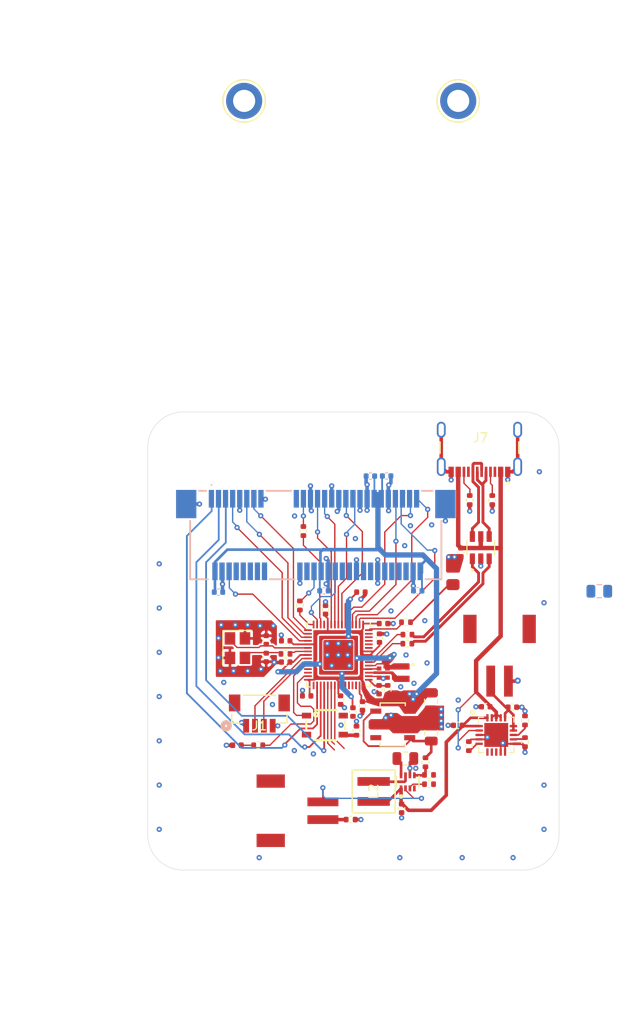
<source format=kicad_pcb>
(kicad_pcb (version 20241229) (generator "pcbnew") (generator_version "9.0")
  (layers (0 "F.Cu" signal) (4 "In1.Cu" power) (6 "In2.Cu" power) (2 "B.Cu" signal) (13 "F.Paste" user) (15 "B.Paste" user) (5 "F.SilkS" user "F.Silkscreen") (7 "B.SilkS" user "B.Silkscreen") (1 "F.Mask" user) (3 "B.Mask" user) (25 "Edge.Cuts" user))
  (net 0 "")
  (net 1 "GND")
  (net 2 "+5V")
  (net 3 "VBUS")
  (net 19 "/SX1261_BUSY")
  (net 20 "/SX1261_NSS")
  (net 21 "/SX1261_DIO2")
  (net 22 "/SX1261_DIO1")
  (net 23 "/HOST_MOSI")
  (net 24 "/RESET_GPS")
  (net 25 "/SX1303_GPIO6")
  (net 26 "/SX1303_GPIO8")
  (net 27 "/HOST_SCK")
  (net 28 "/HOST_MISO")
  (net 29 "/STANDBY_GPS")
  (net 30 "/GPS_RX")
  (net 31 "/GPS_TX")
  (net 32 "/HOST_CSN")
  (net 33 "/SX1261_NRESET")
  (net 34 "Net-(J6-Pad19)")
  (net 35 "Net-(J6-Pad22)")
  (net 36 "+3V3")
  (net 37 "+1V1")
  (net 38 "/VREG_AVDD")
  (net 39 "/XIN")
  (net 40 "Net-(C21-Pad1)")
  (net 41 "/VREG_LX")
  (net 42 "Net-(R1-Pad2)")
  (net 43 "/QSPI_SS")
  (net 44 "/~{USB_BOOT}")
  (net 45 "Net-(U1-USB_DP)")
  (net 46 "/USB_D+")
  (net 47 "Net-(U1-USB_DM)")
  (net 48 "/USB_D-")
  (net 49 "/SX1303_RESET")
  (net 50 "/XOUT")
  (net 51 "/PPS")
  (net 52 "/RUN")
  (net 53 "/GPIO16")
  (net 54 "/GPIO23")
  (net 55 "/GPIO26_ADC0")
  (net 56 "/QSPI_SD2")
  (net 57 "/GPIO8")
  (net 58 "/QSPI_SD0")
  (net 59 "/MCU_RESET")
  (net 62 "/SWCLK")
  (net 63 "/QSPI_SCLK")
  (net 64 "/QSPI_SD3")
  (net 65 "/SWD")
  (net 66 "/QSPI_SD1")
  (net 68 "unconnected-(U1-GPIO25-Pad37)")
  (net 69 "unconnected-(U1-GPIO24-Pad36)")
  (net 73 "/USB_C+")
  (net 74 "/USB_C-")
  (net 75 "Net-(J7-CC2)")
  (net 77 "Net-(J7-CC1)")
  (net 79 "Net-(D1-A)")
  (net 80 "Net-(U1-GPIO18)")
  (net 82 "Net-(U4-VBAT)")
  (net 83 "/V_LOAD")
  (net 84 "Net-(U4-PROG1)")
  (net 85 "Net-(U4-THERM)")
  (net 86 "Net-(U4-PROG3)")
  (net 87 "Net-(J10-Pad2)")
  (net 88 "Net-(U5-MODE)")
  (net 89 "Net-(U5-FB)")
  (net 90 "Net-(U5-SW)")
  (net 92 "Net-(U5-EN)")
  (footprint "Resistor_SMD:R_0402_1005Metric" (layer "F.Cu") (at 119.3 123.7 180)
    (property "Reference" "R16" (hide yes))
    (property "Value" "3.3k" (hide yes))
  )
  (footprint "USB4105_GF_A:GCT_USB4105-GF-A" (layer "F.Cu") (at 125 83.65 180)
    (property "Reference" "J7")
    (property "Value" "USB4105-GF-A" (hide yes))
  )
  (footprint "JST2pin:CONN_S2B-PH-SM4-TB_JST_mod2" (layer "F.Cu") (at 104.35 126.7 -90)
    (property "Reference" "J10" (hide yes))
    (property "Value" "S2B-PH-SM4-TB" (hide yes))
  )
  (footprint "Capacitor_SMD:C_0402_1005Metric" (layer "F.Cu") (at 107.6 104 90)
    (property "Reference" "C15" (hide yes))
    (property "Value" "4.7u" (hide yes))
  )
  (footprint "Resistor_SMD:R_0402_1005Metric" (layer "F.Cu") (at 123.8 119.4 -90)
    (property "Reference" "R13" (hide yes))
    (property "Value" "10k" (hide yes))
  )
  (footprint "Resistor_SMD:R_0402_1005Metric" (layer "F.Cu") (at 119.3 122.65 180)
    (property "Reference" "R18" (hide yes))
    (property "Value" "71.5k 1%" (hide yes))
  )
  (footprint "TF:MountingHole_4mm_t4" (layer "F.Cu") (at 92.5 120.1)
    (property "Reference" "H5" (hide yes))
    (property "Value" "MountingHole" (hide yes))
  )
  (footprint "Capacitor_SMD:C_0805_2012Metric" (layer "F.Cu") (at 119.55 117.875 90)
    (property "Reference" "C23" (hide yes))
    (property "Value" "10u" (hide yes))
  )
  (footprint "Resistor_SMD:R_0402_1005Metric" (layer "F.Cu") (at 118.9 121.225 90)
    (property "Reference" "R17" (hide yes))
    (property "Value" "750k" (hide yes))
  )
  (footprint "Resistor_SMD:R_0402_1005Metric" (layer "F.Cu") (at 130.15 118.95 90)
    (property "Reference" "R14" (hide yes))
    (property "Value" "24.9k" (hide yes))
  )
  (footprint "Capacitor_SMD:C_0402_1005Metric" (layer "F.Cu") (at 109.3 114.2 -90)
    (property "Reference" "C14" (hide yes))
    (property "Value" "100n" (hide yes))
  )
  (footprint "Capacitor_SMD:C_0805_2012Metric" (layer "F.Cu") (at 116.625 120.8 180)
    (property "Reference" "C29" (hide yes))
    (property "Value" "10u" (hide yes))
  )
  (footprint "RP2350_60QFN_minimal:C_0402_1005Metric_small_pads" (layer "F.Cu") (at 113.65 111.15 -90)
    (property "Reference" "C6" (hide yes))
    (property "Value" "4.7u" (hide yes))
  )
  (footprint "Resistor_SMD:R_0402_1005Metric" (layer "F.Cu") (at 123.9 91.6 -90)
    (property "Reference" "R10" (hide yes))
    (property "Value" "5.1k" (hide yes))
  )
  (footprint "Capacitor_SMD:C_0402_1005Metric" (layer "F.Cu") (at 103.1 107.5 180)
    (property "Reference" "C18" (hide yes))
    (property "Value" "100n" (hide yes))
  )
  (footprint "TF:MountingHole_4mm_t4" (layer "F.Cu") (at 91.5 85.65)
    (property "Reference" "H7" (hide yes))
    (property "Value" "MountingHole" (hide yes))
  )
  (footprint "Resistor_SMD:R_0402_1005Metric" (layer "F.Cu") (at 104.7 103.51 -90)
    (property "Reference" "R5" (hide yes))
    (property "Value" "100" (hide yes))
  )
  (footprint "Capacitor_SMD:C_0805_2012Metric" (layer "F.Cu") (at 119.525 114.35 90)
    (property "Reference" "C22" (hide yes))
    (property "Value" "10u" (hide yes))
  )
  (footprint "Capacitor_SMD:C_0402_1005Metric" (layer "F.Cu") (at 122.9 97.5 -90)
    (property "Reference" "C24" (hide yes))
    (property "Value" "100n" (hide yes))
  )
  (footprint "Resistor_SMD:R_0402_1005Metric" (layer "F.Cu") (at 103.075 108.975)
    (property "Reference" "R6" (hide yes))
    (property "Value" "1k" (hide yes))
  )
  (footprint "Capacitor_SMD:C_0402_1005Metric" (layer "F.Cu") (at 100.895 109.38 -90)
    (property "Reference" "C21" (hide yes))
    (property "Value" "15p" (hide yes))
  )
  (footprint "EXLA1V0402_1RO_R:IND_EXLA-0402_EAT-L" (layer "F.Cu") (at 113.04 124.52 90)
    (property "Reference" "L2")
    (property "Value" "1uH")
  )
  (footprint "Resistor_SMD:R_0402_1005Metric" (layer "F.Cu") (at 116.85 107.825)
    (property "Reference" "R4" (hide yes))
    (property "Value" "27" (hide yes))
  )
  (footprint "Resistor_SMD:R_0402_1005Metric" (layer "F.Cu") (at 114.625 113.05 90)
    (property "Reference" "R7" (hide yes))
    (property "Value" "33" (hide yes))
  )
  (footprint "Capacitor_SMD:C_0402_1005Metric" (layer "F.Cu") (at 125.72 114.95 180)
    (property "Reference" "C25" (hide yes))
    (property "Value" "10u" (hide yes))
  )
  (footprint "BM04B_SRSS_TB:CONN4_BM04B-SRSS_JST" (layer "F.Cu") (at 100.125 115.217799)
    (property "Reference" "J1")
    (property "Value" "BM04B-SRSS-TB")
  )
  (footprint "Capacitor_SMD:C_0402_1005Metric" (layer "F.Cu") (at 116.2 126.43 90)
    (property "Reference" "C28" (hide yes))
    (property "Value" "10u" (hide yes))
  )
  (footprint "PADS:2pin pad_larger" (layer "F.Cu") (at 124 99.15 180)
    (property "Reference" "J4" (hide yes))
    (property "Value" "2pads" (hide yes))
  )
  (footprint "Capacitor_SMD:C_0402_1005Metric" (layer "F.Cu") (at 113.65 113.025 -90)
    (property "Reference" "C9" (hide yes))
    (property "Value" "4.7u" (hide yes))
  )
  (footprint "NT4R1600:JAE_Electronics-NT4R1600-MFG" (layer "F.Cu") (at 98.4 46.5)
    (property "Reference" "REF**" (hide yes))
    (property "Value" "")
  )
  (footprint "MCP73871_2CCI_ML:QFN50P400X400X100-21N" (layer "F.Cu") (at 126.9 118.135001)
    (property "Reference" "U4" (hide yes))
    (property "Value" "MCP73871-2CCI_ML" (hide yes))
  )
  (footprint "RP2350_60QFN_minimal:RP2350-QFN-60-1EP_7x7_P0.4mm_EP3.4x3.4mm_ThermalVias" (layer "F.Cu") (at 109.05 109.1 -90)
    (property "Reference" "U1" (hide yes))
    (property "Value" "RP2350_60QFN" (hide yes))
  )
  (footprint "Resistor_SMD:R_0402_1005Metric" (layer "F.Cu") (at 116.7 105.4 180)
    (property "Reference" "R2" (hide yes))
    (property "Value" "1k" (hide yes))
  )
  (footprint "Resistor_SMD:R_0402_1005Metric" (layer "F.Cu") (at 99.99 119.3 180)
    (property "Reference" "R11" (hide yes))
    (property "Value" "1k" (hide yes))
  )
  (footprint "434133025816:434133025816_mod" (layer "F.Cu") (at 107.525 117.025)
    (property "Reference" "S1" (hide yes))
    (property "Value" "434133025816" (hide yes))
  )
  (footprint "Capacitor_SMD:C_0402_1005Metric" (layer "F.Cu") (at 114.15 105.55)
    (property "Reference" "C17" (hide yes))
    (property "Value" "100n" (hide yes))
  )
  (footprint "Resistor_SMD:R_0402_1005Metric" (layer "F.Cu") (at 130.15 116.5 -90)
    (property "Reference" "R12" (hide yes))
    (property "Value" "3.3k" (hide yes))
  )
  (footprint "Resistor_SMD:R_0402_1005Metric" (layer "F.Cu") (at 111.1 117.66 -90)
    (property "Reference" "R1" (hide yes))
    (property "Value" "1k" (hide yes))
  )
  (footprint "Resistor_SMD:R_0402_1005Metric" (layer "F.Cu") (at 110.44 127.7 180)
    (property "Reference" "R15" (hide yes))
    (property "Value" "3.3k" (hide yes))
  )
  (footprint "Capacitor_SMD:C_0402_1005Metric" (layer "F.Cu") (at 122.55 117.05 180)
    (property "Reference" "C27" (hide yes))
    (property "Value" "10u" (hide yes))
  )
  (footprint "AP7361C_33Y5_13:SOT89-5_DIO-M_MODGND" (layer "F.Cu") (at 115.2 116.9465 -90)
    (property "Reference" "U3" (hide yes))
    (property "Value" "AP7361C-33Y5-13" (hide yes))
  )
  (footprint "RP2350_60QFN_minimal:C_0402_1005Metric_small_pads" (layer "F.Cu") (at 114.6 111.15 -90)
    (property "Reference" "C7" (hide yes))
    (property "Value" "4.7u" (hide yes))
  )
  (footprint "Capacitor_SMD:C_0402_1005Metric" (layer "F.Cu") (at 111.6 102)
    (property "Reference" "C11" (hide yes))
    (property "Value" "100n" (hide yes))
  )
  (footprint "Resistor_SMD:R_0402_1005Metric" (layer "F.Cu") (at 126.45 91.6 90)
    (property "Reference" "R8" (hide yes))
    (property "Value" "5.1k" (hide yes))
  )
  (footprint "Resistor_SMD:R_0402_1005Metric" (layer "F.Cu") (at 105.1 95.1 90)
    (property "Reference" "R9" (hide yes))
    (property "Value" "100" (hide yes))
  )
  (footprint "TF:MountingHole_4mm_t4" (layer "F.Cu") (at 116.5 85.2)
    (property "Reference" "H8" (hide yes))
    (property "Value" "MountingHole" (hide yes))
  )
  (footprint "USBLC6_2SC6:SOT95P280X145-6N" (layer "F.Cu") (at 125.15 96.975 90)
    (property "Reference" "U2" (hide yes))
    (property "Value" "USBLC6-2SC6" (hide yes))
  )
  (footprint "Capacitor_SMD:C_0402_1005Metric" (layer "F.Cu") (at 100.9 107.405 90)
    (property "Reference" "C20" (hide yes))
    (property "Value" "15p" (hide yes))
  )
  (footprint "RP2350_60QFN_minimal:L_pol_2016" (layer "F.Cu") (at 116.2 111.1 -90)
    (property "Reference" "L1" (hide yes))
    (property "Value" "3.3u" (hide yes))
  )
  (footprint "Capacitor_SMD:C_0402_1005Metric" (layer "F.Cu") (at 103.1 109.9 180)
    (property "Reference" "C10" (hide yes))
    (property "Value" "4.7u" (hide yes))
  )
  (footprint "Capacitor_SMD:C_0402_1005Metric" (layer "F.Cu") (at 128.72 115)
    (property "Reference" "C26" (hide yes))
    (property "Value" "10u" (hide yes))
  )
  (footprint "Capacitor_SMD:C_0402_1005Metric" (layer "F.Cu") (at 110.7 115.55 -90)
    (property "Reference" "C8" (hide yes))
    (property "Value" "100n" (hide yes))
  )
  (footprint "adafruit:Crystal_SMD_3225-4Pin_3.2x2.5mm" (layer "F.Cu") (at 97.645 108.33 -90)
    (property "Reference" "Y1" (hide yes))
    (property "Value" "ABM8-272-T3" (hide yes))
  )
  (footprint "Resistor_SMD:R_0402_1005Metric" (layer "F.Cu") (at 116.865 106.8)
    (property "Reference" "R3" (hide yes))
    (property "Value" "27" (hide yes))
  )
  (footprint "NT4R1600:JAE_Electronics-NT4R1600-MFG" (layer "F.Cu") (at 122.6 46.5)
    (property "Reference" "REF**" (hide yes))
    (property "Value" "")
  )
  (footprint "Capacitor_SMD:C_0402_1005Metric" (layer "F.Cu") (at 113.7 107.195 90)
    (property "Reference" "C12" (hide yes))
    (property "Value" "100n" (hide yes))
  )
  (footprint "JST2pin:CONN_S2B-PH-SM4-TB_JST_mod2" (layer "F.Cu") (at 127.275 109.1 180)
    (property "Reference" "J8" (hide yes))
    (property "Value" "S2B-PH-SM4-TB" (hide yes))
  )
  (footprint "Capacitor_SMD:C_0402_1005Metric" (layer "F.Cu") (at 105.47 113.725 180)
    (property "Reference" "C13" (hide yes))
    (property "Value" "100n" (hide yes))
  )
  (footprint "TF:MountingHole_4mm_t4" (layer "F.Cu") (at 127.8 125.8)
    (property "Reference" "H6" (hide yes))
    (property "Value" "MountingHole" (hide yes))
  )
  (footprint "LED_SMD:LED_0402_1005Metric" (layer "F.Cu") (at 97.58 119.3)
    (property "Reference" "D1" (hide yes))
    (property "Value" "LED_Small" (hide yes))
  )
  (footprint "Capacitor_SMD:C_0402_1005Metric" (layer "F.Cu") (at 111.775 114.855 -90)
    (property "Reference" "C16" (hide yes))
    (property "Value" "100n" (hide yes))
  )
  (footprint "TPS61033DRLR:DRL0008A-MFG_mod2" (layer "F.Cu") (at 116.89 123.435299 90)
    (property "Reference" "U5" (hide yes))
    (property "Value" "TPS610333DRLR" (hide yes))
  )
  (footprint "Capacitor_SMD:C_0402_1005Metric" (layer "B.Cu") (at 95.5 102)
    (property "Reference" "C3" (hide yes))
    (property "Value" "4.7u" (hide yes))
  )
  (footprint "Capacitor_SMD:C_0402_1005Metric" (layer "B.Cu") (at 114.51 88.88)
    (property "Reference" "C1" (hide yes))
    (property "Value" "100n" (hide yes))
  )
  (footprint "Capacitor_SMD:C_0805_2012Metric" (layer "B.Cu") (at 138.55 101.9)
    (property "Reference" "C19" (hide yes))
    (property "Value" "10u" (hide yes))
  )
  (footprint "Capacitor_SMD:C_0402_1005Metric" (layer "B.Cu") (at 107.425 101.85)
    (property "Reference" "C2" (hide yes))
    (property "Value" "100n" (hide yes))
  )
  (footprint "Capacitor_SMD:C_0402_1005Metric" (layer "B.Cu") (at 118.025 101.85 180)
    (property "Reference" "C4" (hide yes))
    (property "Value" "100n" (hide yes))
  )
  (footprint "MM60-52B1-E1-R650:MM6052B1E1R650_mod_screw" (layer "B.Cu") (at 106.5 95.55)
    (property "Reference" "J6" (hide yes))
    (property "Value" "MM60-52B1-E1-R650" (hide yes))
  )
  (footprint "Capacitor_SMD:C_0402_1005Metric" (layer "B.Cu") (at 112.67 88.89 180)
    (property "Reference" "C5" (hide yes))
    (property "Value" "100n" (hide yes))
  )
  (gr_arc (start 130 81.65) (mid 132.828427 82.821573) (end 134 85.65) (stroke (width 0.05)) (layer "Edge.Cuts"))
  (gr_line (start 87.5 129.4) (end 87.5 85.65) (stroke (width 0.05)) (layer "Edge.Cuts"))
  (gr_arc (start 91.5 133.4) (mid 88.671573 132.228427) (end 87.5 129.4) (stroke (width 0.05)) (layer "Edge.Cuts"))
  (gr_arc (start 134 129.4) (mid 132.828427 132.228427) (end 130 133.4) (stroke (width 0.05)) (layer "Edge.Cuts"))
  (gr_line (start 130 133.4) (end 91.5 133.4) (stroke (width 0.05)) (layer "Edge.Cuts"))
  (gr_line (start 134 85.65) (end 134 129.4) (stroke (width 0.05)) (layer "Edge.Cuts"))
  (gr_line (start 91.5 81.65) (end 130 81.65) (stroke (width 0.05)) (layer "Edge.Cuts"))
  (gr_arc (start 87.5 85.65) (mid 88.671573 82.821573) (end 91.5 81.65) (stroke (width 0.05)) (layer "Edge.Cuts"))
  (segment (start 125.664999 118.635001) (end 125.9 118.4) (width 0.2) (layer "F.Cu") (net 1))
  (segment (start 130.15 115.35) (end 129.8 115) (width 0.4) (layer "F.Cu") (net 1))
  (segment (start 107.6 103.1) (end 107.6 103.425) (width 0.4) (layer "F.Cu") (net 1))
  (segment (start 124.6 114.95) (end 125.24 114.95) (width 0.4) (layer "F.Cu") (net 1))
  (segment (start 112.08 102) (end 112.08 102.32) (width 0.4) (layer "F.Cu") (net 1))
  (segment (start 109.3 114.68) (end 109.364875 114.68) (width 0.4) (layer "F.Cu") (net 1))
  (segment (start 121.45 117.05) (end 122.07 117.05) (width 0.4) (layer "F.Cu") (net 1))
  (segment (start 101.6 117.075) (end 101.625 117.1) (width 0.4) (layer "F.Cu") (net 1))
  (segment (start 112.5125 111.525) (end 113.51 111.525) (width 0.15) (layer "F.Cu") (net 1))
  (segment (start 98.125 116.725) (end 98.475 117.075) (width 0.4) (layer "F.Cu") (net 1))
  (segment (start 104.99 113.11) (end 104.99 113.725) (width 0.4) (layer "F.Cu") (net 1))
  (segment (start 124.054999 118.635001) (end 123.8 118.89) (width 0.2) (layer "F.Cu") (net 1))
  (segment (start 102.62 106.87) (end 102.62 107.5) (width 0.4) (layer "F.Cu") (net 1))
  (segment (start 120.68 87.83) (end 120.68 83.65) (width 0.4) (layer "F.Cu") (net 1))
  (segment (start 128.2 88.405) (end 128.745 88.405) (width 0.4) (layer "F.Cu") (net 1))
  (segment (start 111.1 117.15) (end 111.1 116.6) (width 0.4) (layer "F.Cu") (net 1))
  (segment (start 113.395 113.25) (end 113.1 113.25) (width 0.4) (layer "F.Cu") (net 1))
  (segment (start 127.9 119.3) (end 127.65 119.05) (width 0.2) (layer "F.Cu") (net 1))
  (segment (start 130.15 120.1) (end 130.15 119.46) (width 0.4) (layer "F.Cu") (net 1))
  (segment (start 128.2 88.405) (end 128.2 89.3) (width 0.4) (layer "F.Cu") (net 1))
  (segment (start 121.255 88.405) (end 120.68 87.83) (width 0.4) (layer "F.Cu") (net 1))
  (segment (start 124.965 118.635001) (end 124.054999 118.635001) (width 0.2) (layer "F.Cu") (net 1))
  (segment (start 102.6 106.85) (end 102.62 106.87) (width 0.4) (layer "F.Cu") (net 1))
  (segment (start 98.6 117.075) (end 98.625 117.1) (width 0.4) (layer "F.Cu") (net 1))
  (segment (start 113.51 111.525) (end 113.65 111.665) (width 0.15) (layer "F.Cu") (net 1))
  (segment (start 128.835 119.135001) (end 129.825001 119.135001) (width 0.3) (layer "F.Cu") (net 1))
  (segment (start 117.14 121.9) (end 117.14 121.235) (width 0.3) (layer "F.Cu") (net 1))
  (segment (start 114.125 111.675) (end 114.135 111.665) (width 0.4) (layer "F.Cu") (net 1))
  (segment (start 114.63 105.55) (end 115.25 105.55) (width 0.4) (layer "F.Cu") (net 1))
  (segment (start 124.964999 118.135001) (end 125.635001 118.135001) (width 0.2) (layer "F.Cu") (net 1))
  (segment (start 114.525 106.734) (end 114.35 106.734) (width 0.4) (layer "F.Cu") (net 1))
  (segment (start 109.364875 114.68) (end 109.74 115.055125) (width 0.4) (layer "F.Cu") (net 1))
  (segment (start 101.825 109.95) (end 101.8 109.925) (width 0.4) (layer "F.Cu") (net 1))
  (segment (start 114.35 106.734) (end 114.331 106.715) (width 0.4) (layer "F.Cu") (net 1))
  (segment (start 129.325 112.0106) (end 129.2803 112.0553) (width 0.4) (layer "F.Cu") (net 1))
  (segment (start 129.325 112) (end 129.325 112.0106) (width 0.4) (layer "F.Cu") (net 1))
  (segment (start 105 113.1) (end 104.99 113.11) (width 0.4) (layer "F.Cu") (net 1))
  (segment (start 127.9 120.070001) (end 127.9 119.3) (width 0.2) (layer "F.Cu") (net 1))
  (segment (start 125.15 98.23) (end 125.15 99.05) (width 0.4) (layer "F.Cu") (net 1))
  (segment (start 129.32 87.83) (end 129.32 83.65) (width 0.4) (layer "F.Cu") (net 1))
  (segment (start 114.331 106.715) (end 113.7 106.715) (width 0.4) (layer "F.Cu") (net 1))
  (segment (start 128.745 88.405) (end 129.32 87.83) (width 0.4) (layer "F.Cu") (net 1))
  (segment (start 117.14 122.695298) (end 117.14 121.9) (width 0.3) (layer "F.Cu") (net 1))
  (segment (start 112.4875 111.5) (end 112.5125 111.525) (width 0.15) (layer "F.Cu") (net 1))
  (segment (start 112.08 102.32) (end 111.6 102.8) (width 0.4) (layer "F.Cu") (net 1))
  (segment (start 114.1 111.725) (end 114.1 111.7) (width 0.4) (layer "F.Cu") (net 1))
  (segment (start 121.8 88.405) (end 121.8 89.325) (width 0.4) (layer "F.Cu") (net 1))
  (segment (start 114.135 111.665) (end 114.6 111.665) (width 0.4) (layer "F.Cu") (net 1))
  (segment (start 98.475 117.075) (end 98.6 117.075) (width 0.4) (layer "F.Cu") (net 1))
  (segment (start 111.8 115.7) (end 111.8 115.36) (width 0.4) (layer "F.Cu") (net 1))
  (segment (start 130.15 115.45) (end 130.15 115.35) (width 0.4) (layer "F.Cu") (net 1))
  (segment (start 128.835 119.135001) (end 127.735001 119.135001) (width 0.2) (layer "F.Cu") (net 1))
  (segment (start 114.1 111.7) (end 114.065 111.665) (width 0.4) (layer "F.Cu") (net 1))
  (segment (start 110.95 127.7) (end 111.6 127.7) (width 0.4) (layer "F.Cu") (net 1))
  (segment (start 127.4 120.070001) (end 127.4 119.3) (width 0.2) (layer "F.Cu") (net 1))
  (segment (start 127.735001 119.135001) (end 127.65 119.05) (width 0.2) (layer "F.Cu") (net 1))
  (segment (start 102.2 117.1) (end 101.625 117.1) (width 0.4) (layer "F.Cu") (net 1))
  (segment (start 114.065 111.665) (end 113.65 111.665) (width 0.4) (layer "F.Cu") (net 1))
  (segment (start 102.54 109.95) (end 101.825 109.95) (width 0.4) (layer "F.Cu") (net 1))
  (segment (start 114.125 111.75) (end 114.1 111.725) (width 0.4) (layer "F.Cu") (net 1))
  (segment (start 127.4 119.3) (end 127.65 119.05) (width 0.2) (layer "F.Cu") (net 1))
  (segment (start 124.965 118.635001) (end 125.664999 118.635001) (width 0.2) (layer "F.Cu") (net 1))
  (segment (start 126.45 92.11) (end 126.45 92.85) (width 0.4) (layer "F.Cu") (net 1))
  (segment (start 121.8 88.405) (end 121.255 88.405) (width 0.4) (layer "F.Cu") (net 1))
  (segment (start 113.65 113.505) (end 113.395 113.25) (width 0.4) (layer "F.Cu") (net 1))
  (segment (start 129.825001 119.135001) (end 130.15 119.46) (width 0.3) (layer "F.Cu") (net 1))
  (segment (start 129.2803 112.0553) (end 128.275001 112.0553) (width 0.4) (layer "F.Cu") (net 1))
  (segment (start 97.095 119.3) (end 96.38 119.3) (width 0.4) (layer "F.Cu") (net 1))
  (segment (start 125.635001 118.135001) (end 125.9 118.4) (width 0.2) (layer "F.Cu") (net 1))
  (segment (start 117.14 121.235) (end 117.575 120.8) (width 0.3) (layer "F.Cu") (net 1))
  (segment (start 114.125 111.75) (end 114.125 111.675) (width 0.4) (layer "F.Cu") (net 1))
  (segment (start 111.8 115.36) (end 111.775 115.335) (width 0.4) (layer "F.Cu") (net 1))
  (segment (start 111.5 116) (end 111.8 115.7) (width 0.4) (layer "F.Cu") (net 1))
  (segment (start 130.15 115.99) (end 130.15 115.45) (width 0.4) (layer "F.Cu") (net 1))
  (segment (start 123.9 92.11) (end 123.9 92.85) (width 0.4) (layer "F.Cu") (net 1))
  (segment (start 129.2 115) (end 129.8 115) (width 0.4) (layer "F.Cu") (net 1))
  (via (at 107.675 98.2) (size 0.6) (drill 0.255) (layers "F.Cu" "B.Cu") (net 1))
  (via (at 112.3 89.85) (size 0.6) (drill 0.255) (layers "F.Cu" "B.Cu") (net 1))
  (via (at 95.8 105.7) (size 0.6) (drill 0.255) (layers "F.Cu" "B.Cu") (net 1))
  (via (at 109.05 109.1) (size 0.6) (drill 0.255) (layers "F.Cu" "B.Cu") (net 1))
  (via (at 107.6 103.1) (size 0.6) (drill 0.255) (layers "F.Cu" "B.Cu") (net 1))
  (via (at 110.975 95.95) (size 0.6) (drill 0.255) (layers "F.Cu" "B.Cu") (net 1))
  (via (at 117.2 94.5) (size 0.6) (drill 0.255) (layers "F.Cu" "B.Cu") (net 1))
  (via (at 95.5 109.4) (size 0.6) (drill 0.255) (layers "F.Cu" "B.Cu") (net 1))
  (via (at 88.8 98.8) (size 0.6) (drill 0.255) (layers "F.Cu" "B.Cu") (net 1))
  (via (at 114.75 89.9) (size 0.6) (drill 0.255) (layers "F.Cu" "B.Cu") (net 1))
  (via (at 111.6 127.7) (size 0.6) (drill 0.255) (layers "F.Cu" "B.Cu") (net 1))
  (via (at 113.5 98.35) (size 0.6) (drill 0.255) (layers "F.Cu" "B.Cu") (net 1))
  (via (at 124.6 114.95) (size 0.6) (drill 0.255) (layers "F.Cu" "B.Cu") (net 1))
  (via (at 95.5 107.2) (size 0.6) (drill 0.255) (layers "F.Cu" "B.Cu") (net 1))
  (via (at 101.7 105.8) (size 0.6) (drill 0.255) (layers "F.Cu" "B.Cu") (net 1))
  (via (at 121.15 93.95) (size 0.6) (drill 0.255) (layers "F.Cu" "B.Cu") (net 1))
  (via (at 119.6 94.4) (size 0.6) (drill 0.255) (layers "F.Cu" "B.Cu") (net 1))
  (via (at 95.955 101.1) (size 0.6) (drill 0.255) (layers "F.Cu" "B.Cu") (net 1))
  (via (at 120.675 116.55) (size 0.6) (drill 0.255) (layers "F.Cu" "B.Cu") (net 1))
  (via (at 105.9 90) (size 0.6) (drill 0.255) (layers "F.Cu" "B.Cu") (net 1))
  (via (at 116.55 96.75) (size 0.6) (drill 0.255) (layers "F.Cu" "B.Cu") (net 1))
  (via (at 100.2 105.8) (size 0.6) (drill 0.255) (layers "F.Cu" "B.Cu") (net 1))
  (via (at 114.125 111.75) (size 0.6) (drill 0.255) (layers "F.Cu" "B.Cu") (net 1))
  (via (at 132.3 128.8) (size 0.6) (drill 0.255) (layers "F.Cu" "B.Cu") (net 1))
  (via (at 98.8 105.7) (size 0.6) (drill 0.255) (layers "F.Cu" "B.Cu") (net 1))
  (via (at 114.525 106.734) (size 0.6) (drill 0.255) (layers "F.Cu" "B.Cu") (net 1))
  (via (at 98.125 116.725) (size 0.6) (drill 0.255) (layers "F.Cu" "B.Cu") (net 1))
  (via (at 88.8 108.8) (size 0.6) (drill 0.255) (layers "F.Cu" "B.Cu") (net 1))
  (via (at 115 115.9) (size 0.6) (drill 0.255) (layers "F.Cu" "B.Cu") (net 1))
  (via (at 102.6 106.85) (size 0.6) (drill 0.255) (layers "F.Cu" "B.Cu") (net 1))
  (via (at 111.5 116) (size 0.6) (drill 0.255) (layers "F.Cu" "B.Cu") (net 1))
  (via (at 88.8 113.8) (size 0.6) (drill 0.255) (layers "F.Cu" "B.Cu") (net 1))
  (via (at 110.35 107.9) (size 0.6) (drill 0.255) (layers "F.Cu" "B.Cu") (net 1))
  (via (at 117.14 121.9) (size 0.6) (drill 0.255) (layers "F.Cu" "B.Cu") (net 1))
  (via (at 108.3 90) (size 0.6) (drill 0.255) (layers "F.Cu" "B.Cu") (net 1))
  (via (at 131.775 88.4) (size 0.6) (drill 0.255) (layers "F.Cu" "B.Cu") (net 1))
  (via (at 116 132) (size 0.6) (drill 0.255) (layers "F.Cu" "B.Cu") (net 1))
  (via (at 114.73 92.8) (size 0.6) (drill 0.255) (layers "F.Cu" "B.Cu") (net 1))
  (via (at 100.3 110.7) (size 0.6) (drill 0.255) (layers "F.Cu" "B.Cu") (net 1))
  (via (at 114.4 116.2) (size 0.6) (drill 0.255) (layers "F.Cu" "B.Cu") (net 1))
  (via (at 88.8 118.8) (size 0.6) (drill 0.255) (layers "F.Cu" "B.Cu") (net 1))
  (via (at 97.2 110.9) (size 0.6) (drill 0.255) (layers "F.Cu" "B.Cu") (net 1))
  (via (at 110.3 110.3) (size 0.6) (drill 0.255) (layers "F.Cu" "B.Cu") (net 1))
  (via (at 112.3 92.75) (size 0.6) (drill 0.255) (layers "F.Cu" "B.Cu") (net 1))
  (via (at 117.6 112.3) (size 0.6) (drill 0.255) (layers "F.Cu" "B.Cu") (net 1))
  (via (at 102.2 117.1) (size 0.6) (drill 0.255) (layers "F.Cu" "B.Cu") (net 1))
  (via (at 110.1 109.1) (size 0.6) (drill 0.255) (layers "F.Cu" "B.Cu") (net 1))
  (via (at 118.825 105.225) (size 0.6) (drill 0.255) (layers "F.Cu" "B.Cu") (net 1))
  (via (at 106.225 120.275) (size 0.6) (drill 0.255) (layers "F.Cu" "B.Cu") (net 1))
  (via (at 125.15 99.05) (size 0.6) (drill 0.255) (layers "F.Cu" "B.Cu") (net 1))
  (via (at 104.075 119.9) (size 0.6) (drill 0.255) (layers "F.Cu" "B.Cu") (net 1))
  (via (at 109.35 117.025) (size 0.6) (drill 0.255) (layers "F.Cu" "B.Cu") (net 1))
  (via (at 130.15 115.45) (size 0.6) (drill 0.255) (layers "F.Cu" "B.Cu") (net 1))
  (via (at 111.6 102.8) (size 0.6) (drill 0.255) (layers "F.Cu" "B.Cu") (net 1))
  (via (at 101.8 109.925) (size 0.6) (drill 0.255) (layers "F.Cu" "B.Cu") (net 1))
  (via (at 121.8 89.325) (size 0.6) (drill 0.255) (layers "F.Cu" "B.Cu") (net 1))
  (via (at 104.7 101) (size 0.6) (drill 0.255) (layers "F.Cu" "B.Cu") (net 1))
  (via (at 129.8 115) (size 0.6) (drill 0.255) (layers "F.Cu" "B.Cu") (net 1))
  (via (at 106 92.8) (size 0.6) (drill 0.255) (layers "F.Cu" "B.Cu") (net 1))
  (via (at 130.15 120.1) (size 0.6) (drill 0.255) (layers "F.Cu" "B.Cu") (net 1))
  (via (at 104.1 93.4) (size 0.6) (drill 0.255) (layers "F.Cu" "B.Cu") (net 1))
  (via (at 120.675 115.875) (size 0.6) (drill 0.255) (layers "F.Cu" "B.Cu") (net 1))
  (via (at 88.8 123.8) (size 0.6) (drill 0.255) (layers "F.Cu" "B.Cu") (net 1))
  (via (at 97.4 105.7) (size 0.6) (drill 0.255) (layers "F.Cu" "B.Cu") (net 1))
  (via (at 128.2 89.3) (size 0.6) (drill 0.255) (layers "F.Cu" "B.Cu") (net 1))
  (via (at 132.3 103.2) (size 0.6) (drill 0.255) (layers "F.Cu" "B.Cu") (net 1))
  (via (at 120.7 117.2) (size 0.6) (drill 0.255) (layers "F.Cu" "B.Cu") (net 1))
  (via (at 113.5 101) (size 0.6) (drill 0.255) (layers "F.Cu" "B.Cu") (net 1))
  (via (at 123.05 132) (size 0.6) (drill 0.255) (layers "F.Cu" "B.Cu") (net 1))
  (via (at 111.1 98.35) (size 0.6) (drill 0.255) (layers "F.Cu" "B.Cu") (net 1))
  (via (at 117.525 101.3) (size 0.6) (drill 0.255) (layers "F.Cu" "B.Cu") (net 1))
  (via (at 116.7 109.1) (size 0.6) (drill 0.255) (layers "F.Cu" "B.Cu") (net 1))
  (via (at 111.5 92.75) (size 0.6) (drill 0.255) (layers "F.Cu" "B.Cu") (net 1))
  (via (at 120.675 115.225) (size 0.6) (drill 0.255) (layers "F.Cu" "B.Cu") (net 1))
  (via (at 100.8 91.5) (size 0.6) (drill 0.255) (layers "F.Cu" "B.Cu") (net 1))
  (via (at 132.3 123.8) (size 0.6) (drill 0.255) (layers "F.Cu" "B.Cu") (net 1))
  (via (at 107.8 107.8) (size 0.6) (drill 0.255) (layers "F.Cu" "B.Cu") (net 1))
  (via (at 127.65 119.05) (size 0.6) (drill 0.255) (layers "F.Cu" "B.Cu") (net 1))
  (via (at 125.9 118.4) (size 0.6) (drill 0.255) (layers "F.Cu" "B.Cu") (net 1))
  (via (at 115.25 105.55) (size 0.6) (drill 0.255) (layers "F.Cu" "B.Cu") (net 1))
  (via (at 128.8 132) (size 0.6) (drill 0.255) (layers "F.Cu" "B.Cu") (net 1))
  (via (at 88.8 128.8) (size 0.6) (drill 0.255) (layers "F.Cu" "B.Cu") (net 1))
  (via (at 121.525 98.025) (size 0.6) (drill 0.255) (layers "F.Cu" "B.Cu") (net 1))
  (via (at 109.74 115.055125) (size 0.6) (drill 0.255) (layers "F.Cu" "B.Cu") (net 1))
  (via (at 96.38 119.3) (size 0.6) (drill 0.255) (layers "F.Cu" "B.Cu") (net 1))
  (via (at 129.325 112) (size 0.7) (drill 0.3) (layers "F.Cu" "B.Cu") (net 1))
  (via (at 113.1 113.25) (size 0.6) (drill 0.255) (layers "F.Cu" "B.Cu") (net 1))
  (via (at 108.925 92.875) (size 0.6) (drill 0.255) (layers "F.Cu" "B.Cu") (net 1))
  (via (at 101.6 114.7) (size 0.6) (drill 0.255) (layers "F.Cu" "B.Cu") (net 1))
  (via (at 117.8 121.9) (size 0.6) (drill 0.255) (layers "F.Cu" "B.Cu") (net 1))
  (via (at 111.1 116.6) (size 0.6) (drill 0.255) (layers "F.Cu" "B.Cu") (net 1))
  (via (at 96.1 112.2) (size 0.6) (drill 0.255) (layers "F.Cu" "B.Cu") (net 1))
  (via (at 116.1 112.7) (size 0.6) (drill 0.255) (layers "F.Cu" "B.Cu") (net 1))
  (via (at 123.9 92.85) (size 0.6) (drill 0.255) (layers "F.Cu" "B.Cu") (net 1))
  (via (at 95.7 110.9) (size 0.6) (drill 0.255) (layers "F.Cu" "B.Cu") (net 1))
  (via (at 107.675 101.067582) (size 0.6) (drill 0.255) (layers "F.Cu" "B.Cu") (net 1))
  (via (at 122.6 114.2) (size 0.6) (drill 0.255) (layers "F.Cu" "B.Cu") (net 1))
  (via (at 100.1 132) (size 0.6) (drill 0.255) (layers "F.Cu" "B.Cu") (net 1))
  (via (at 122.175 98.025) (size 0.6) (drill 0.255) (layers "F.Cu" "B.Cu") (net 1))
  (via (at 108.3 110.3) (size 0.6) (drill 0.255) (layers "F.Cu" "B.Cu") (net 1))
  (via (at 115 104.125) (size 0.6) (drill 0.255) (layers "F.Cu" "B.Cu") (net 1))
  (via (at 109.05032 107.797432) (size 0.6) (drill 0.255) (layers "F.Cu" "B.Cu") (net 1))
  (via (at 119.075 110) (size 0.6) (drill 0.255) (layers "F.Cu" "B.Cu") (net 1))
  (via (at 121.45 117.05) (size 0.6) (drill 0.255) (layers "F.Cu" "B.Cu") (net 1))
  (via (at 116.2 127.5) (size 0.6) (drill 0.255) (layers "F.Cu" "B.Cu") (net 1))
  (via (at 98.8 110.9) (size 0.6) (drill 0.255) (layers "F.Cu" "B.Cu") (net 1))
  (via (at 93.35 92.05) (size 0.6) (drill 0.255) (layers "F.Cu" "B.Cu") (net 1))
  (via (at 88.8 103.8) (size 0.6) (drill 0.255) (layers "F.Cu" "B.Cu") (net 1))
  (via (at 126.45 92.85) (size 0.6) (drill 0.255) (layers "F.Cu" "B.Cu") (net 1))
  (via (at 105 113.1) (size 0.6) (drill 0.255) (layers "F.Cu" "B.Cu") (net 1))
  (via (at 107.8 109.1) (size 0.6) (drill 0.255) (layers "F.Cu" "B.Cu") (net 1))
  (via (at 97.9 92.75) (size 0.6) (drill 0.255) (layers "F.Cu" "B.Cu") (net 1))
  (segment (start 95.955 101.1) (end 95.955 99.705) (width 0.4) (layer "B.Cu") (net 1))
  (segment (start 109.1 91.45) (end 109.1 92.7) (width 0.4) (layer "B.Cu") (net 1))
  (segment (start 113.5 99.65) (end 113.5 98.35) (width 0.4) (layer "B.Cu") (net 1))
  (segment (start 114.99 89.66) (end 114.99 88.88) (width 0.4) (layer "B.Cu") (net 1))
  (segment (start 114.75 89.9) (end 114.99 89.66) (width 0.4) (layer "B.Cu") (net 1))
  (segment (start 121.15 92.05) (end 121.15 93.95) (width 0.4) (layer "B.Cu") (net 1))
  (segment (start 117.525 99.65) (end 117.55 99.675) (width 0.4) (layer "B.Cu") (net 1))
  (segment (start 104.7 101) (end 104.7 99.65) (width 0.4) (layer "B.Cu") (net 1))
  (segment (start 112.3 89.85) (end 112.3 91.45) (width 0.4) (layer "B.Cu") (net 1))
  (segment (start 100.8 91.5) (end 100.35 91.5) (width 0.4) (layer "B.Cu") (net 1))
  (segment (start 107.905 101.675) (end 107.9 101.67) (width 0.4) (layer "B.Cu") (net 1))
  (segment (start 112.19 89.74) (end 112.3 89.85) (width 0.4) (layer "B.Cu") (net 1))
  (segment (start 107.925 101.67) (end 107.93 101.675) (width 0.4) (layer "B.Cu") (net 1))
  (segment (start 108.3 91.45) (end 108.3 90.075) (width 0.4) (layer "B.Cu") (net 1))
  (segment (start 114.7 91.425) (end 114.7 89.95) (width 0.4) (layer "B.Cu") (net 1))
  (segment (start 111.5 91.45) (end 111.5 92.75) (width 0.4) (layer "B.Cu") (net 1))
  (segment (start 112.3 92.75) (end 112.3 91.45) (width 0.4) (layer "B.Cu") (net 1))
  (segment (start 109.1 92.7) (end 108.925 92.875) (width 0.4) (layer "B.Cu") (net 1))
  (segment (start 107.9 101.67) (end 107.9 99.65) (width 0.4) (layer "B.Cu") (net 1))
  (segment (start 95.98 102) (end 95.955 101.975) (width 0.4) (layer "B.Cu") (net 1))
  (segment (start 117.525 99.65) (end 117.525 101.68) (width 0.4) (layer "B.Cu") (net 1))
  (segment (start 91.85 92.05) (end 93.35 92.05) (width 0.4) (layer "B.Cu") (net 1))
  (segment (start 100.35 91.5) (end 100.3 91.45) (width 0.4) (layer "B.Cu") (net 1))
  (segment (start 97.9 91.45) (end 97.9 92.75) (width 0.4) (layer "B.Cu") (net 1))
  (segment (start 114.7 89.95) (end 114.75 89.9) (width 0.4) (layer "B.Cu") (net 1))
  (segment (start 107.9 99.65) (end 107.9 98.425) (width 0.4) (layer "B.Cu") (net 1))
  (segment (start 114.725 92.765) (end 114.725 91.885) (width 0.4) (layer "B.Cu") (net 1))
  (segment (start 107.9 98.425) (end 107.675 98.2) (width 0.4) (layer "B.Cu") (net 1))
  (segment (start 111.1 98.35) (end 111.1 99.65) (width 0.4) (layer "B.Cu") (net 1))
  (segment (start 105.9 92.7) (end 106 92.8) (width 0.4) (layer "B.Cu") (net 1))
  (segment (start 114.73 92.77) (end 114.725 92.765) (width 0.4) (layer "B.Cu") (net 1))
  (segment (start 95.955 101.975) (end 95.955 101.1) (width 0.4) (layer "B.Cu") (net 1))
  (segment (start 112.19 88.89) (end 112.19 89.74) (width 0.4) (layer "B.Cu") (net 1))
  (segment (start 108.3 91.725) (end 108.3 92.2) (width 0.4) (layer "B.Cu") (net 1))
  (segment (start 113.5 99.65) (end 113.5 101) (width 0.4) (layer "B.Cu") (net 1))
  (segment (start 105.9 91.45) (end 105.9 92.7) (width 0.4) (layer "B.Cu") (net 1))
  (segment (start 105.9 90) (end 105.9 91.45) (width 0.4) (layer "B.Cu") (net 1))
  (segment (start 114.99 88.88) (end 115.01 88.9) (width 0.4) (layer "B.Cu") (net 1))
  (segment (start 117.4177 118.4965) (end 116.5142 119.4) (width 0.2) (layer "F.Cu") (net 2))
  (segment (start 119.55 120.065) (end 118.9 120.715) (width 0.3) (layer "F.Cu") (net 2))
  (segment (start 119.55 118.825) (end 119.55 120.065) (width 0.3) (layer "F.Cu") (net 2))
  (segment (start 111.9 116.499971) (end 112.903471 115.4965) (width 0.2) (layer "F.Cu") (net 2))
  (segment (start 116.139999 122.695298) (end 116.139999 121.264999) (width 0.3) (layer "F.Cu") (net 2))
  (segment (start 117.4962 118.825) (end 117.1177 118.4465) (width 0.3) (layer "F.Cu") (net 2))
  (segment (start 116.139999 121.264999) (end 115.675 120.8) (width 0.3) (layer "F.Cu") (net 2))
  (segment (start 112.45 119.4) (end 111.9 118.85) (width 0.2) (layer "F.Cu") (net 2))
  (segment (start 116.5142 119.4) (end 112.45 119.4) (width 0.2) (layer "F.Cu") (net 2))
  (segment (start 112.903471 115.4965) (end 113.5823 115.4965) (width 0.2) (layer "F.Cu") (net 2))
  (segment (start 119.55 118.825) (end 117.4962 118.825) (width 0.3) (layer "F.Cu") (net 2))
  (segment (start 111.9 118.85) (end 111.9 116.499971) (width 0.2) (layer "F.Cu") (net 2))
  (segment (start 124.45 97.02) (end 127.4 97.02) (width 0.5) (layer "F.Cu") (net 3))
  (segment (start 122.6 96.72) (end 122.9 97.02) (width 0.5) (layer "F.Cu") (net 3))
  (segment (start 126.9 115.55) (end 126.9 115.700001) (width 0.2) (layer "F.Cu") (net 3))
  (segment (start 122.6 115.3) (end 124.625 113.275) (width 0.15) (layer "F.Cu") (net 3))
  (segment (start 122.9 97.02) (end 124.45 97.02) (width 0.5) (layer "F.Cu") (net 3))
  (segment (start 126.9 116.2) (end 126.9 115.55) (width 0.4) (layer "F.Cu") (net 3))
  (segment (start 124.625 109.75) (end 124.625 113.275) (width 0.5) (layer "F.Cu") (net 3))
  (segment (start 127.4 88.405) (end 127.4 97.02) (width 0.5) (layer "F.Cu") (net 3))
  (segment (start 122.6 88.8675) (end 122.6 96.72) (width 0.5) (layer "F.Cu") (net 3))
  (segment (start 123.814999 117.635001) (end 122.6 118.85) (width 0.15) (layer "F.Cu") (net 3))
  (segment (start 125.05 97.02) (end 124.45 97.02) (width 0.2) (layer "F.Cu") (net 3))
  (segment (start 126.9 115.700001) (end 126.4 116.200001) (width 0.2) (layer "F.Cu") (net 3))
  (segment (start 126.9 115.55) (end 124.625 113.275) (width 0.4) (layer "F.Cu") (net 3))
  (segment (start 125.15 95.72) (end 125.15 96.92) (width 0.5) (layer "F.Cu") (net 3))
  (segment (start 122.6 118.85) (end 122.6 119.6) (width 0.15) (layer "F.Cu") (net 3))
  (segment (start 127.4 106.975) (end 124.625 109.75) (width 0.5) (layer "F.Cu") (net 3))
  (segment (start 127.4 97.02) (end 127.4 106.975) (width 0.5) (layer "F.Cu") (net 3))
  (segment (start 124.965 117.635001) (end 123.814999 117.635001) (width 0.15) (layer "F.Cu") (net 3))
  (segment (start 125.15 96.92) (end 125.05 97.02) (width 0.2) (layer "F.Cu") (net 3))
  (segment (start 127.4 116.200001) (end 126.9 115.700001) (width 0.2) (layer "F.Cu") (net 3))
  (via (at 122.6 119.6) (size 0.6) (drill 0.255) (layers "F.Cu" "B.Cu") (net 3))
  (via (at 122.6 115.3) (size 0.6) (drill 0.255) (layers "F.Cu" "B.Cu") (net 3))
  (segment (start 122.6 115.3) (end 122.6 119.6) (width 0.15) (layer "B.Cu") (net 3))
  (segment (start 106.175 117.4) (end 106.649 116.926) (width 0.2) (layer "F.Cu") (net 19))
  (segment (start 103 119.175) (end 104.775 117.4) (width 0.2) (layer "F.Cu") (net 19))
  (segment (start 106.649 116.926) (end 106.649 112.6365) (width 0.2) (layer "F.Cu") (net 19))
  (segment (start 103 119.275) (end 103 119.175) (width 0.2) (layer "F.Cu") (net 19))
  (segment (start 104.775 117.4) (end 106.175 117.4) (width 0.2) (layer "F.Cu") (net 19))
  (via (at 103 119.275) (size 0.6) (drill 0.255) (layers "F.Cu" "B.Cu") (net 19))
  (segment (start 91.925 113.425) (end 91.925 95.65) (width 0.2) (layer "B.Cu") (net 19))
  (segment (start 94.725 92.85) (end 94.725 91.45) (width 0.2) (layer "B.Cu") (net 19))
  (segment (start 98.1 119.6) (end 91.925 113.425) (width 0.2) (layer "B.Cu") (net 19))
  (segment (start 102.675 119.6) (end 98.1 119.6) (width 0.2) (layer "B.Cu") (net 19))
  (segment (start 103 119.275) (end 102.675 119.6) (width 0.2) (layer "B.Cu") (net 19))
  (segment (start 91.925 95.65) (end 94.725 92.85) (width 0.2) (layer "B.Cu") (net 19))
  (segment (start 104.9 107.1) (end 105.6125 107.1) (width 0.15) (layer "F.Cu") (net 20))
  (segment (start 97.6 94.7) (end 102.7 99.8) (width 0.15) (layer "F.Cu") (net 20))
  (segment (start 102.7 104.9) (end 104.9 107.1) (width 0.15) (layer "F.Cu") (net 20))
  (segment (start 102.7 99.8) (end 102.7 104.9) (width 0.15) (layer "F.Cu") (net 20))
  (via (at 97.6 94.7) (size 0.6) (drill 0.255) (layers "F.Cu" "B.Cu") (net 20))
  (segment (start 97.1 94.075) (end 97.6 94.575) (width 0.15) (layer "B.Cu") (net 20))
  (segment (start 97.1 91.45) (end 97.1 94.075) (width 0.15) (layer "B.Cu") (net 20))
  (segment (start 107.45 112.5375) (end 107.45 119.85) (width 0.2) (layer "F.Cu") (net 21))
  (segment (start 107.45 119.85) (end 107.4 119.9) (width 0.2) (layer "F.Cu") (net 21))
  (via (at 107.4 119.9) (size 0.6) (drill 0.255) (layers "F.Cu" "B.Cu") (net 21))
  (segment (start 94.1 111.95) (end 94.1 98.625) (width 0.2) (layer "B.Cu") (net 21))
  (segment (start 107.4 119.9) (end 107.225 119.9) (width 0.2) (layer "B.Cu") (net 21))
  (segment (start 103.3 115.975) (end 98.125 115.975) (width 0.2) (layer "B.Cu") (net 21))
  (segment (start 96.325 96.4) (end 96.325 91.45) (width 0.2) (layer "B.Cu") (net 21))
  (segment (start 98.125 115.975) (end 94.1 111.95) (width 0.2) (layer "B.Cu") (net 21))
  (segment (start 94.1 98.625) (end 96.325 96.4) (width 0.2) (layer "B.Cu") (net 21))
  (segment (start 107.225 119.9) (end 103.3 115.975) (width 0.2) (layer "B.Cu") (net 21))
  (segment (start 105.775 119.5) (end 105.25 119.5) (width 0.2) (layer "F.Cu") (net 22))
  (segment (start 107.05 112.5375) (end 107.05 118.225) (width 0.2) (layer "F.Cu") (net 22))
  (segment (start 107.05 118.225) (end 105.775 119.5) (width 0.2) (layer "F.Cu") (net 22))
  (via (at 105.25 119.5) (size 0.6) (drill 0.255) (layers "F.Cu" "B.Cu") (net 22))
  (segment (start 98.45 118.075) (end 93 112.625) (width 0.2) (layer "B.Cu") (net 22))
  (segment (start 95.525 96.1) (end 95.525 91.45) (width 0.2) (layer "B.Cu") (net 22))
  (segment (start 105.25 119.5) (end 104.9 119.5) (width 0.2) (layer "B.Cu") (net 22))
  (segment (start 104.9 119.5) (end 103.475 118.075) (width 0.2) (layer "B.Cu") (net 22))
  (segment (start 93 98.625) (end 95.525 96.1) (width 0.2) (layer "B.Cu") (net 22))
  (segment (start 93 112.625) (end 93 98.625) (width 0.2) (layer "B.Cu") (net 22))
  (segment (start 103.475 118.075) (end 98.45 118.075) (width 0.2) (layer "B.Cu") (net 22))
  (segment (start 110.25 105.6625) (end 110.25 104.228208) (width 0.15) (layer "F.Cu") (net 23))
  (segment (start 116.15 93.35) (end 117.2 93.35) (width 0.15) (layer "F.Cu") (net 23))
  (segment (start 110.25 104.228208) (end 110.778208 103.7) (width 0.15) (layer "F.Cu") (net 23))
  (segment (start 111.7 103.7) (end 114.3 101.1) (width 0.15) (layer "F.Cu") (net 23))
  (segment (start 114.3 95.2) (end 116.15 93.35) (width 0.15) (layer "F.Cu") (net 23))
  (segment (start 114.3 101.1) (end 114.3 95.2) (width 0.15) (layer "F.Cu") (net 23))
  (segment (start 110.778208 103.7) (end 111.7 103.7) (width 0.15) (layer "F.Cu") (net 23))
  (via (at 117.2 93.35) (size 0.6) (drill 0.255) (layers "F.Cu" "B.Cu") (net 23))
  (segment (start 117.2 93.36) (end 117.2 91.525) (width 0.15) (layer "B.Cu") (net 23))
  (segment (start 106.7 95.9) (end 108.25 97.45) (width 0.15) (layer "F.Cu") (net 24))
  (segment (start 108.25 97.45) (end 108.25 105.6625) (width 0.15) (layer "F.Cu") (net 24))
  (segment (start 106.7 95.2) (end 106.7 95.9) (width 0.15) (layer "F.Cu") (net 24))
  (via (at 106.7 95.2) (size 0.6) (drill 0.255) (layers "F.Cu" "B.Cu") (net 24))
  (segment (start 106.7 95.2) (end 106.7 91.45) (width 0.15) (layer "B.Cu") (net 24))
  (segment (start 97.425 102.225) (end 99.375 102.225) (width 0.15) (layer "F.Cu") (net 25))
  (segment (start 99.375 102.225) (end 104.65 107.5) (width 0.15) (layer "F.Cu") (net 25))
  (segment (start 104.65 107.5) (end 105.6125 107.5) (width 0.15) (layer "F.Cu") (net 25))
  (via (at 97.425 102.225) (size 0.6) (drill 0.255) (layers "F.Cu" "B.Cu") (net 25))
  (segment (start 96.725 101.525) (end 97.425 102.225) (width 0.15) (layer "B.Cu") (net 25))
  (segment (start 96.725 99.65) (end 96.725 101.525) (width 0.15) (layer "B.Cu") (net 25))
  (segment (start 106 104.3) (end 105.95 104.35) (width 0.15) (layer "F.Cu") (net 26))
  (segment (start 105.95 104.4) (end 106.65 105.1) (width 0.15) (layer "F.Cu") (net 26))
  (segment (start 105.95 104.35) (end 105.95 104.4) (width 0.15) (layer "F.Cu") (net 26))
  (segment (start 106.65 105.1) (end 106.65 105.6625) (width 0.15) (layer "F.Cu") (net 26))
  (via (at 106 104.3) (size 0.6) (drill 0.255) (layers "F.Cu" "B.Cu") (net 26))
  (segment (start 106 104.3) (end 106 103.6) (width 0.15) (layer "B.Cu") (net 26))
  (segment (start 107.1 102.5) (end 108.25 102.5) (width 0.15) (layer "B.Cu") (net 26))
  (segment (start 106 103.6) (end 107.1 102.5) (width 0.15) (layer "B.Cu") (net 26))
  (segment (start 108.7 102.05) (end 108.7 99.65) (width 0.15) (layer "B.Cu") (net 26))
  (segment (start 108.25 102.5) (end 108.7 102.05) (width 0.15) (layer "B.Cu") (net 26))
  (segment (start 110.65 104.5) (end 111 104.15) (width 0.15) (layer "F.Cu") (net 27))
  (segment (start 112.55 104.15) (end 115.157932 101.542068) (width 0.15) (layer "F.Cu") (net 27))
  (segment (start 115.157932 101.542068) (end 115.56 101.14) (width 0.15) (layer "F.Cu") (net 27))
  (segment (start 111 104.15) (end 112.55 104.15) (width 0.15) (layer "F.Cu") (net 27))
  (segment (start 115.56 101.14) (end 115.56 96.25) (width 0.15) (layer "F.Cu") (net 27))
  (segment (start 110.65 105.6625) (end 110.65 104.5) (width 0.15) (layer "F.Cu") (net 27))
  (via (at 115.56 96.25) (size 0.6) (drill 0.255) (layers "F.Cu" "B.Cu") (net 27))
  (segment (start 115.56 96.25) (end 115.56 90.56) (width 0.15) (layer "B.Cu") (net 27))
  (segment (start 115.45 104.95) (end 111.55 104.95) (width 0.15) (layer "F.Cu") (net 28))
  (segment (start 111.45 105.05) (end 111.45 105.6625) (width 0.15) (layer "F.Cu") (net 28))
  (segment (start 111.55 104.95) (end 111.45 105.05) (width 0.15) (layer "F.Cu") (net 28))
  (segment (start 119.95 100.45) (end 119.95 97.3) (width 0.15) (layer "F.Cu") (net 28))
  (segment (start 119.95 100.45) (end 115.45 104.95) (width 0.15) (layer "F.Cu") (net 28))
  (via (at 119.95 97.3) (size 0.6) (drill 0.255) (layers "F.Cu" "B.Cu") (net 28))
  (segment (start 119.1 97.25) (end 116.15 94.3) (width 0.15) (layer "B.Cu") (net 28))
  (segment (start 116.57 90.77) (end 116.36 90.56) (width 0.15) (layer "B.Cu") (net 28))
  (segment (start 116.15 94.3) (end 116.15 91.45) (width 0.15) (layer "B.Cu") (net 28))
  (segment (start 119.95 97.3) (end 119.9 97.25) (width 0.15) (layer "B.Cu") (net 28))
  (segment (start 119.9 97.25) (end 119.1 97.25) (width 0.15) (layer "B.Cu") (net 28))
  (segment (start 107.8 93.475) (end 108.65 94.325) (width 0.15) (layer "F.Cu") (net 29))
  (segment (start 107.8 93.45) (end 107.8 93.475) (width 0.15) (layer "F.Cu") (net 29))
  (segment (start 108.65 105.6625) (end 108.65 94.325) (width 0.15) (layer "F.Cu") (net 29))
  (via (at 107.8 93.45) (size 0.6) (drill 0.255) (layers "F.Cu" "B.Cu") (net 29))
  (segment (start 107.5 93.15) (end 107.5 91.45) (width 0.15) (layer "B.Cu") (net 29))
  (segment (start 107.8 93.45) (end 107.5 93.15) (width 0.15) (layer "B.Cu") (net 29))
  (segment (start 111.76 99.84) (end 111.76 95.16) (width 0.15) (layer "F.Cu") (net 30))
  (segment (start 109.45 105.6625) (end 109.45 102.15) (width 0.15) (layer "F.Cu") (net 30))
  (segment (start 109.45 102.15) (end 111.76 99.84) (width 0.15) (layer "F.Cu") (net 30))
  (segment (start 111.76 95.16) (end 109.95 93.35) (width 0.15) (layer "F.Cu") (net 30))
  (via (at 109.95 93.35) (size 0.6) (drill 0.255) (layers "F.Cu" "B.Cu") (net 30))
  (segment (start 109.96 93.14) (end 109.96 90.56) (width 0.15) (layer "B.Cu") (net 30))
  (segment (start 109.95 93.15) (end 109.96 93.14) (width 0.15) (layer "B.Cu") (net 30))
  (segment (start 109.95 93.35) (end 109.95 93.15) (width 0.15) (layer "B.Cu") (net 30))
  (segment (start 109.975 100.425) (end 109.975 95.475) (width 0.15) (layer "F.Cu") (net 31))
  (segment (start 109.975 100.425) (end 109.05 101.35) (width 0.15) (layer "F.Cu") (net 31))
  (segment (start 109.05 101.35) (end 109.05 105.6625) (width 0.15) (layer "F.Cu") (net 31))
  (via (at 109.975 95.475) (size 0.6) (drill 0.255) (layers "F.Cu" "B.Cu") (net 31))
  (segment (start 110.1 95.125) (end 110.9 94.325) (width 0.15) (layer "B.Cu") (net 31))
  (segment (start 110.76 90.56) (end 110.76 91.89) (width 0.15) (layer "B.Cu") (net 31))
  (segment (start 110.9 94.325) (end 110.9 91.625) (width 0.15) (layer "B.Cu") (net 31))
  (segment (start 110.1 95.35) (end 110.1 95.125) (width 0.15) (layer "B.Cu") (net 31))
  (segment (start 110.9 91.625) (end 110.725 91.45) (width 0.15) (layer "B.Cu") (net 31))
  (segment (start 109.975 95.475) (end 110.1 95.35) (width 0.15) (layer "B.Cu") (net 31))
  (segment (start 117.35 100.65) (end 117.35 95.35) (width 0.15) (layer "F.Cu") (net 32))
  (segment (start 113.45 104.55) (end 117.35 100.65) (width 0.15) (layer "F.Cu") (net 32))
  (segment (start 111.3 104.55) (end 113.45 104.55) (width 0.15) (layer "F.Cu") (net 32))
  (segment (start 111.05 104.8) (end 111.3 104.55) (width 0.15) (layer "F.Cu") (net 32))
  (segment (start 111.05 105.6625) (end 111.05 104.8) (width 0.15) (layer "F.Cu") (net 32))
  (segment (start 119.15 93.55) (end 119.15 92.65) (width 0.15) (layer "F.Cu") (net 32))
  (segment (start 117.35 95.35) (end 119.15 93.55) (width 0.15) (layer "F.Cu") (net 32))
  (via (at 119.15 92.65) (size 0.6) (drill 0.255) (layers "F.Cu" "B.Cu") (net 32))
  (segment (start 119.15 92.65) (end 117.95 91.45) (width 0.15) (layer "B.Cu") (net 32))
  (segment (start 117.95 91.45) (end 117.925 91.45) (width 0.15) (layer "B.Cu") (net 32))
  (segment (start 105.15 106.7) (end 103.35 104.9) (width 0.15) (layer "F.Cu") (net 33))
  (segment (start 103.35 104.9) (end 103.35 98.7) (width 0.15) (layer "F.Cu") (net 33))
  (segment (start 103.35 98.7) (end 100.125 95.475) (width 0.15) (layer "F.Cu") (net 33))
  (segment (start 105.6125 106.7) (end 105.15 106.7) (width 0.15) (layer "F.Cu") (net 33))
  (via (at 100.125 95.475) (size 0.6) (drill 0.255) (layers "F.Cu" "B.Cu") (net 33))
  (segment (start 98.7 94.05) (end 98.7 91.45) (width 0.15) (layer "B.Cu") (net 33))
  (segment (start 100.125 95.475) (end 98.7 94.05) (width 0.15) (layer "B.Cu") (net 33))
  (segment (start 105.1 94.59) (end 105.1 93.4) (width 0.15) (layer "F.Cu") (net 34))
  (via (at 105.1 93.4) (size 0.6) (drill 0.255) (layers "F.Cu" "B.Cu") (net 34))
  (segment (start 105.1 91.45) (end 105.1 93.4) (width 0.15) (layer "B.Cu") (net 34))
  (segment (start 104.8 103) (end 105.7 102.1) (width 0.15) (layer "F.Cu") (net 35))
  (segment (start 104.7 103) (end 104.8 103) (width 0.15) (layer "F.Cu") (net 35))
  (via (at 105.7 102.1) (size 0.6) (drill 0.255) (layers "F.Cu" "B.Cu") (net 35))
  (segment (start 106.36 98.76) (end 106.325 98.795) (width 0.15) (layer "B.Cu") (net 35))
  (segment (start 106.3 101.5) (end 106.3 99.65) (width 0.15) (layer "B.Cu") (net 35))
  (segment (start 105.7 102.1) (end 106.3 101.5) (width 0.15) (layer "B.Cu") (net 35))
  (segment (start 111.775 114.375) (end 112.75 114.375) (width 0.2) (layer "F.Cu") (net 36))
  (segment (start 111.65 114.125) (end 111.795 114.27) (width 0.2) (layer "F.Cu") (net 36))
  (segment (start 111.45 113.475) (end 111.65 113.675) (width 0.2) (layer "F.Cu") (net 36))
  (segment (start 111.95 109.1) (end 111.675 108.825) (width 0.2) (layer "F.Cu") (net 36))
  (segment (start 111.675 108.825) (end 111.675 108.7) (width 0.2) (layer "F.Cu") (net 36))
  (segment (start 113.05 108.7) (end 113.7 108.05) (width 0.2) (layer "F.Cu") (net 36))
  (segment (start 113.05 108.7) (end 112.65 109.1) (width 0.2) (layer "F.Cu") (net 36))
  (segment (start 112.4875 109.1) (end 111.95 109.1) (width 0.2) (layer "F.Cu") (net 36))
  (segment (start 103.98 107.9) (end 103.78 107.7) (width 0.2) (layer "F.Cu") (net 36))
  (segment (start 109.05 112.5375) (end 109.05 112.075) (width 0.2) (layer "F.Cu") (net 36))
  (segment (start 105.8 113.575) (end 105.8 112.0875) (width 0.2) (layer "F.Cu") (net 36))
  (segment (start 112.4875 110.7) (end 111.7 110.7) (width 0.15) (layer "F.Cu") (net 36))
  (segment (start 109.05 113.47) (end 109.3 113.72) (width 0.2) (layer "F.Cu") (net 36))
  (segment (start 107.85 105.6625) (end 107.85 104.975) (width 0.2) (layer "F.Cu") (net 36))
  (segment (start 112.5125 110.675) (end 113.61 110.675) (width 0.15) (layer "F.Cu") (net 36))
  (segment (start 111.65 113.675) (end 111.65 114.125) (width 0.2) (layer "F.Cu") (net 36))
  (segment (start 113.7 108.05) (end 113.7 107.675) (width 0.2) (layer "F.Cu") (net 36))
  (segment (start 112.65 109.1) (end 112.4875 109.1) (width 0.2) (layer "F.Cu") (net 36))
  (segment (start 105.95 113.725) (end 105.8 113.575) (width 0.2) (layer "F.Cu") (net 36))
  (segment (start 105.8 112.0875) (end 105.6125 111.9) (width 0.2) (layer "F.Cu") (net 36))
  (segment (start 106.35 111.9) (end 106.6 111.65) (width 0.2) (layer "F.Cu") (net 36))
  (segment (start 109.05 112.075) (end 108.725 111.75) (width 0.2) (layer "F.Cu") (net 36))
  (segment (start 105.6125 111.9) (end 106.35 111.9) (width 0.2) (layer "F.Cu") (net 36))
  (segment (start 111.85 105.6625) (end 111.9625 105.55) (width 0.2) (layer "F.Cu") (net 36))
  (segment (start 112.4875 108.7) (end 113.05 108.7) (width 0.2) (layer "F.Cu") (net 36))
  (segment (start 109.05 112.5375) (end 109.05 113.47) (width 0.2) (layer "F.Cu") (net 36))
  (segment (start 111.9625 105.55) (end 113.67 105.55) (width 0.2) (layer "F.Cu") (net 36))
  (segment (start 111.85 106.15) (end 111.5 106.5) (width 0.2) (layer "F.Cu") (net 36))
  (segment (start 107.85 105.6625) (end 107.85 106.5) (width 0.2) (layer "F.Cu") (net 36))
  (segment (start 111.45 112.5375) (end 111.45 113.475) (width 0.2) (layer "F.Cu") (net 36))
  (segment (start 111.795 114.27) (end 111.8 114.27) (width 0.2) (layer "F.Cu") (net 36))
  (segment (start 112.4875 108.7) (end 111.675 108.7) (width 0.2) (layer "F.Cu") (net 36))
  (segment (start 112.4875 110.7) (end 112.5125 110.675) (width 0.15) (layer "F.Cu") (net 36))
  (segment (start 105.6125 107.9) (end 106.4 107.9) (width 0.2) (layer "F.Cu") (net 36))
  (segment (start 111.85 105.6625) (end 111.85 106.15) (width 0.2) (layer "F.Cu") (net 36))
  (segment (start 105.6125 107.9) (end 103.98 107.9) (width 0.2) (layer "F.Cu") (net 36))
  (segment (start 107.6 104.725) (end 107.6 104.385) (width 0.2) (layer "F.Cu") (net 36))
  (segment (start 107.85 104.975) (end 107.6 104.725) (width 0.2) (layer "F.Cu") (net 36))
  (via (at 117.5 114.1) (size 0.6) (drill 0.255) (layers "F.Cu" "B.Cu") (net 36))
  (via (at 117.9 113.5) (size 0.6) (drill 0.255) (layers "F.Cu" "B.Cu") (net 36))
  (via (at 117.1 113.5) (size 0.6) (drill 0.255) (layers "F.Cu" "B.Cu") (net 36))
  (segment (start 113.525 96.675) (end 113.525 92.375) (width 0.6) (layer "B.Cu") (net 36))
  (segment (start 117.1 113.5) (end 117.9 113.5) (width 0.4) (layer "B.Cu") (net 36))
  (segment (start 113.125 91.45) (end 113.125 88.915) (width 0.2) (layer "B.Cu") (net 36))
  (segment (start 106.95 101.655) (end 106.97 101.675) (width 0.2) (layer "B.Cu") (net 36))
  (segment (start 107.3 97.2) (end 107.024 97.476) (width 0.3) (layer "B.Cu") (net 36))
  (segment (start 120.15 101.35) (end 120.15 99.35) (width 0.6) (layer "B.Cu") (net 36))
  (segment (start 107.024 99.574) (end 107.1 99.65) (width 0.3) (layer "B.Cu") (net 36))
  (segment (start 107.024 97.476) (end 107.024 99.574) (width 0.3) (layer "B.Cu") (net 36))
  (segment (start 117.5 114.1) (end 117.5 113.9) (width 0.4) (layer "B.Cu") (net 36))
  (segment (start 120.15 99.35) (end 118.6 97.8) (width 0.6) (layer "B.Cu") (net 36))
  (segment (start 95.1 98.6) (end 95.1 101.75) (width 0.3) (layer "B.Cu") (net 36))
  (segment (start 117.9 113.45) (end 120.15 111.2) (width 0.6) (layer "B.Cu") (net 36))
  (segment (start 113.125 88.915) (end 113.15 88.89) (width 0.2) (layer "B.Cu") (net 36))
  (segment (start 118.5 99.825) (end 118.325 99.65) (width 0.2) (layer "B.Cu") (net 36))
  (segment (start 118.505 101.7) (end 118.505 99.83) (width 0.2) (layer "B.Cu") (net 36))
  (segment (start 114 90.52) (end 113.96 90.56) (width 0.2) (layer "B.Cu") (net 36))
  (segment (start 118.5 98.825) (end 118.975 98.35) (width 0.3) (layer "B.Cu") (net 36))
  (segment (start 114.375 97.8) (end 113.525 96.95) (width 0.6) (layer "B.Cu") (net 36))
  (segment (start 118.5 99.825) (end 118.5 98.825) (width 0.3) (layer "B.Cu") (net 36))
  (segment (start 107.3 97.2) (end 96.5 97.2) (width 0.3) (layer "B.Cu") (net 36))
  (segment (start 118.325 99.65) (end 118.325 99.025) (width 0.2) (layer "B.Cu") (net 36))
  (segment (start 113.15 90.55) (end 113.16 90.56) (width 0.2) (layer "B.Cu") (net 36))
  (segment (start 96.5 97.2) (end 95.1 98.6) (width 0.3) (layer "B.Cu") (net 36))
  (segment (start 120.15 111.2) (end 120.15 100.25) (width 0.6) (layer "B.Cu") (net 36))
  (segment (start 114 88.91) (end 114 90.52) (width 0.2) (layer "B.Cu") (net 36))
  (segment (start 107.3 97.2) (end 113.525 97.2) (width 0.4) (layer "B.Cu") (net 36))
  (segment (start 120.1 101.4) (end 120.15 101.35) (width 0.2) (layer "B.Cu") (net 36))
  (segment (start 118.505 99.83) (end 118.325 99.65) (width 0.2) (layer "B.Cu") (net 36))
  (segment (start 113.525 96.95) (end 113.525 96.675) (width 0.6) (layer "B.Cu") (net 36))
  (segment (start 114.03 88.88) (end 114 88.91) (width 0.2) (layer "B.Cu") (net 36))
  (segment (start 117.5 113.9) (end 117.9 113.5) (width 0.4) (layer "B.Cu") (net 36))
  (segment (start 106.95 99.723) (end 106.95 101.655) (width 0.2) (layer "B.Cu") (net 36))
  (segment (start 118.6 97.8) (end 114.375 97.8) (width 0.6) (layer "B.Cu") (net 36))
  (segment (start 113.525 92.375) (end 113.525 90.975) (width 0.6) (layer "B.Cu") (net 36))
  (segment (start 117.9 113.5) (end 117.9 113.45) (width 0.6) (layer "B.Cu") (net 36))
  (segment (start 105.6125 109.1) (end 104.743256 109.1) (width 0.2) (layer "F.Cu") (net 37))
  (segment (start 113.225 110.3) (end 113.4 110.125) (width 0.15) (layer "F.Cu") (net 37))
  (segment (start 103.943256 109.9) (end 103.58 109.9) (width 0.2) (layer "F.Cu") (net 37))
  (segment (start 110.65 115.07) (end 110.65 113.95) (width 0.2) (layer "F.Cu") (net 37))
  (segment (start 110.4 102.8) (end 109.85 103.35) (width 0.2) (layer "F.Cu") (net 37))
  (segment (start 102.48 111) (end 102.225 111) (width 0.2) (layer "F.Cu") (net 37))
  (segment (start 109.45 112.5375) (end 109.45 112.95) (width 0.15) (layer "F.Cu") (net 37))
  (segment (start 109.85 103.35) (end 109.85 105.6625) (width 0.2) (layer "F.Cu") (net 37))
  (segment (start 110.65 113.95) (end 110.5 113.8) (width 0.2) (layer "F.Cu") (net 37))
  (segment (start 110.96 102.24) (end 110.4 102.8) (width 0.2) (layer "F.Cu") (net 37))
  (segment (start 113.4 110.125) (end 113.425 110.1) (width 0.15) (layer "F.Cu") (net 37))
  (segment (start 113.425 110.1) (end 114.3 110.1) (width 0.15) (layer "F.Cu") (net 37))
  (segment (start 104.743256 109.1) (end 103.943256 109.9) (width 0.2) (layer "F.Cu") (net 37))
  (segment (start 112.4875 110.3) (end 113.225 110.3) (width 0.15) (layer "F.Cu") (net 37))
  (segment (start 110.3 113.8) (end 110.5 113.8) (width 0.15) (layer "F.Cu") (net 37))
  (segment (start 103.535 109.945) (end 102.48 111) (width 0.2) (layer "F.Cu") (net 37))
  (segment (start 109.45 112.95) (end 110.3 113.8) (width 0.15) (layer "F.Cu") (net 37))
  (via (at 102.225 111) (size 0.6) (drill 0.255) (layers "F.Cu" "B.Cu") (net 37))
  (via (at 115.35 109.05) (size 0.6) (drill 0.255) (layers "F.Cu" "B.Cu") (net 37))
  (via (at 110.2 107) (size 0.6) (drill 0.255) (layers "F.Cu" "B.Cu") (net 37))
  (via (at 109.45 111.2) (size 0.6) (drill 0.255) (layers "F.Cu" "B.Cu") (net 37))
  (via (at 114.875 109.45) (size 0.6) (drill 0.255) (layers "F.Cu" "B.Cu") (net 37))
  (via (at 111.15 109.45) (size 0.6) (drill 0.255) (layers "F.Cu" "B.Cu") (net 37))
  (via (at 110.5 113.8) (size 0.6) (drill 0.255) (layers "F.Cu" "B.Cu") (net 37))
  (via (at 110.4 102.8) (size 0.6) (drill 0.255) (layers "F.Cu" "B.Cu") (net 37))
  (via (at 106.95 110.125) (size 0.6) (drill 0.255) (layers "F.Cu" "B.Cu") (net 37))
  (segment (start 110.5 113.8) (end 109.45 112.75) (width 0.6) (layer "B.Cu") (net 37))
  (segment (start 115.35 109.05) (end 115.325 109.05) (width 0.6) (layer "B.Cu") (net 37))
  (segment (start 110.2 103) (end 110.4 102.8) (width 0.6) (layer "B.Cu") (net 37))
  (segment (start 110.2 107) (end 110.2 103) (width 0.6) (layer "B.Cu") (net 37))
  (segment (start 105.175 110.125) (end 104.3 111) (width 0.6) (layer "B.Cu") (net 37))
  (segment (start 104.3 111) (end 102.225 111) (width 0.6) (layer "B.Cu") (net 37))
  (segment (start 106.95 110.125) (end 105.175 110.125) (width 0.6) (layer "B.Cu") (net 37))
  (segment (start 111.15 109.45) (end 114.875 109.45) (width 0.6) (layer "B.Cu") (net 37))
  (segment (start 114.925 109.45) (end 114.875 109.45) (width 0.6) (layer "B.Cu") (net 37))
  (segment (start 115.325 109.05) (end 114.925 109.45) (width 0.6) (layer "B.Cu") (net 37))
  (segment (start 109.45 112.75) (end 109.45 111.17475) (width 0.6) (layer "B.Cu") (net 37))
  (segment (start 113.65 112.575) (end 113.1625 112.575) (width 0.2) (layer "F.Cu") (net 38))
  (segment (start 113.1625 112.575) (end 112.4875 111.9) (width 0.2) (layer "F.Cu") (net 38))
  (segment (start 114.59 112.575) (end 114.625 112.54) (width 0.2) (layer "F.Cu") (net 38))
  (segment (start 113.65 112.575) (end 114.59 112.575) (width 0.2) (layer "F.Cu") (net 38))
  (segment (start 100.725 108.075) (end 100.25 108.075) (width 0.15) (layer "F.Cu") (net 39))
  (segment (start 96.795 107.456) (end 96.795 107.23) (width 0.15) (layer "F.Cu") (net 39))
  (segment (start 100.069 108.256) (end 97.595 108.256) (width 0.15) (layer "F.Cu") (net 39))
  (segment (start 101.834999 108.3) (end 101.609999 108.075) (width 0.15) (layer "F.Cu") (net 39))
  (segment (start 97.595 108.256) (end 96.795 107.456) (width 0.15) (layer "F.Cu") (net 39))
  (segment (start 101.609999 108.075) (end 101.075 108.075) (width 0.15) (layer "F.Cu") (net 39))
  (segment (start 100.25 108.075) (end 100.069 108.256) (width 0.15) (layer "F.Cu") (net 39))
  (segment (start 105.6125 108.3) (end 101.834999 108.3) (width 0.15) (layer "F.Cu") (net 39))
  (segment (start 99.095 108.83) (end 98.495 109.43) (width 0.15) (layer "F.Cu") (net 40))
  (segment (start 100.875 108.83) (end 102.44 108.83) (width 0.15) (layer "F.Cu") (net 40))
  (segment (start 100.825 108.83) (end 99.095 108.83) (width 0.15) (layer "F.Cu") (net 40))
  (segment (start 109.67 118.17) (end 109.6 118.1) (width 0.4) (layer "F.Cu") (net 42))
  (segment (start 111.1 118.17) (end 109.67 118.17) (width 0.4) (layer "F.Cu") (net 42))
  (segment (start 116.19 105.61) (end 115.641 106.159) (width 0.15) (layer "F.Cu") (net 43))
  (segment (start 116.19 105.4) (end 116.19 105.61) (width 0.15) (layer "F.Cu") (net 43))
  (segment (start 115.641 106.159) (end 112.6285 106.159) (width 0.15) (layer "F.Cu") (net 43))
  (segment (start 112.6285 106.159) (end 112.4875 106.3) (width 0.15) (layer "F.Cu") (net 43))
  (segment (start 117.085 105.55) (end 117.1 105.55) (width 0.2) (layer "F.Cu") (net 44))
  (segment (start 122 101.15) (end 122 101.5) (width 0.2) (layer "F.Cu") (net 44))
  (segment (start 117.135 105.6) (end 117.085 105.55) (width 0.2) (layer "F.Cu") (net 44))
  (segment (start 117.15 105.55) (end 117.085 105.55) (width 0.2) (layer "F.Cu") (net 44))
  (segment (start 121.55 101.15) (end 117.15 105.55) (width 0.2) (layer "F.Cu") (net 44))
  (segment (start 122 101.15) (end 121.55 101.15) (width 0.2) (layer "F.Cu") (net 44))
  (segment (start 116.355 106.8) (end 115.7 106.8) (width 0.15) (layer "F.Cu") (net 45))
  (segment (start 113 109.5) (end 112.4875 109.5) (width 0.15) (layer "F.Cu") (net 45))
  (segment (start 115.7 106.8) (end 113 109.5) (width 0.15) (layer "F.Cu") (net 45))
  (segment (start 118.692518 107.0575) (end 117.6325 107.0575) (width 0.325) (layer "F.Cu") (net 46))
  (segment (start 124.2 99.137501) (end 124.9025 99.840001) (width 0.325) (layer "F.Cu") (net 46))
  (segment (start 124.9025 99.840001) (end 124.9025 100.847518) (width 0.325) (layer "F.Cu") (net 46))
  (segment (start 124.9025 100.847518) (end 118.692518 107.0575) (width 0.325) (layer "F.Cu") (net 46))
  (segment (start 117.6325 107.0575) (end 117.375 106.8) (width 0.325) (layer "F.Cu") (net 46))
  (segment (start 124.2 98.23) (end 124.2 99.137501) (width 0.325) (layer "F.Cu") (net 46))
  (segment (start 113.1 109.9) (end 115.175 107.825) (width 0.15) (layer "F.Cu") (net 47))
  (segment (start 115.175 107.825) (end 116.34 107.825) (width 0.15) (layer "F.Cu") (net 47))
  (segment (start 112.4875 109.9) (end 113.1 109.9) (width 0.15) (layer "F.Cu") (net 47))
  (segment (start 126.1 98.23) (end 126.1 99.137501) (width 0.325) (layer "F.Cu") (net 48))
  (segment (start 125.3975 101.052554) (end 118.897554 107.5525) (width 0.325) (layer "F.Cu") (net 48))
  (segment (start 126.1 99.137501) (end 125.3975 99.840001) (width 0.325) (layer "F.Cu") (net 48))
  (segment (start 125.3975 99.840001) (end 125.3975 101.052554) (width 0.325) (layer "F.Cu") (net 48))
  (segment (start 117.6325 107.5525) (end 117.36 107.825) (width 0.325) (layer "F.Cu") (net 48))
  (segment (start 118.897554 107.5525) (end 117.6325 107.5525) (width 0.325) (layer "F.Cu") (net 48))
  (segment (start 106.25 105.6625) (end 105.7625 105.6625) (width 0.15) (layer "F.Cu") (net 49))
  (segment (start 104.7 104.6) (end 104.7 104.02) (width 0.15) (layer "F.Cu") (net 49))
  (segment (start 105.7625 105.6625) (end 104.7 104.6) (width 0.15) (layer "F.Cu") (net 49))
  (segment (start 104.2 108.7) (end 105.6125 108.7) (width 0.15) (layer "F.Cu") (net 50))
  (segment (start 103.55 108.8) (end 104.1 108.8) (width 0.15) (layer "F.Cu") (net 50))
  (segment (start 104.1 108.8) (end 104.2 108.7) (width 0.15) (layer "F.Cu") (net 50))
  (segment (start 107.05 105.6625) (end 107.05 105) (width 0.15) (layer "F.Cu") (net 51))
  (segment (start 106.95 98.55) (end 105.1 96.7) (width 0.15) (layer "F.Cu") (net 51))
  (segment (start 107.05 105) (end 106.95 104.9) (width 0.15) (layer "F.Cu") (net 51))
  (segment (start 105.1 96.7) (end 105.1 95.61) (width 0.15) (layer "F.Cu") (net 51))
  (segment (start 106.95 104.9) (end 106.95 98.55) (width 0.15) (layer "F.Cu") (net 51))
  (segment (start 105.25 110.3) (end 105.6125 110.3) (width 0.15) (layer "F.Cu") (net 52))
  (segment (start 105.175 110.3) (end 105.6125 110.3) (width 0.15) (layer "F.Cu") (net 52))
  (segment (start 105.3 115.925) (end 104.325 115.925) (width 0.15) (layer "F.Cu") (net 52))
  (segment (start 104 111.475) (end 105.175 110.3) (width 0.15) (layer "F.Cu") (net 52))
  (segment (start 104.325 115.925) (end 104 115.6) (width 0.15) (layer "F.Cu") (net 52))
  (segment (start 104 115.6) (end 104 111.475) (width 0.15) (layer "F.Cu") (net 52))
  (segment (start 107.85 112.5375) (end 107.85 119.075) (width 0.15) (layer "F.Cu") (net 54))
  (segment (start 107.85 119.075) (end 108.6 119.825) (width 0.15) (layer "F.Cu") (net 54))
  (segment (start 103.974 104.824) (end 105.45 106.3) (width 0.15) (layer "F.Cu") (net 59))
  (segment (start 100.275 93.375) (end 103.974 97.074) (width 0.15) (layer "F.Cu") (net 59))
  (segment (start 105.45 106.3) (end 105.6125 106.3) (width 0.15) (layer "F.Cu") (net 59))
  (segment (start 103.974 97.074) (end 103.974 104.824) (width 0.15) (layer "F.Cu") (net 59))
  (via (at 100.275 93.375) (size 0.6) (drill 0.255) (layers "F.Cu" "B.Cu") (net 59))
  (segment (start 100.275 93.375) (end 99.5 92.6) (width 0.15) (layer "B.Cu") (net 59))
  (segment (start 99.5 92.6) (end 99.5 91.45) (width 0.15) (layer "B.Cu") (net 59))
  (segment (start 104.953611 109.5) (end 100.273999 114.179613) (width 0.15) (layer "F.Cu") (net 62))
  (segment (start 99.625001 114.843749) (end 99.625001 117.1) (width 0.15) (layer "F.Cu") (net 62))
  (segment (start 105.6125 109.5) (end 104.953611 109.5) (width 0.15) (layer "F.Cu") (net 62))
  (segment (start 100.273999 114.194751) (end 99.625001 114.843749) (width 0.15) (layer "F.Cu") (net 62))
  (segment (start 100.273999 114.179613) (end 100.273999 114.194751) (width 0.15) (layer "F.Cu") (net 62))
  (segment (start 100.624999 114.325001) (end 100.624999 117.1) (width 0.15) (layer "F.Cu") (net 65))
  (segment (start 105.6125 109.9) (end 105.05 109.9) (width 0.15) (layer "F.Cu") (net 65))
  (segment (start 105.05 109.9) (end 100.624999 114.325001) (width 0.15) (layer "F.Cu") (net 65))
  (segment (start 108.65 118.6) (end 109.7 119.65) (width 0.15) (layer "F.Cu") (net 68))
  (segment (start 108.65 112.5375) (end 108.65 118.6) (width 0.15) (layer "F.Cu") (net 68))
  (segment (start 108.25 118.825) (end 108.6 119.175) (width 0.15) (layer "F.Cu") (net 69))
  (segment (start 108.25 112.5375) (end 108.25 118.825) (width 0.15) (layer "F.Cu") (net 69))
  (segment (start 124.380816 87.45) (end 125.187 87.45) (width 0.325) (layer "F.Cu") (net 73))
  (segment (start 124.90052 90.150356) (end 124.2665 89.516336) (width 0.325) (layer "F.Cu") (net 73))
  (segment (start 125.2495 87.5125) (end 125.2495 88.19055) (width 0.325) (layer "F.Cu") (net 73))
  (segment (start 124.2 95.72) (end 124.2 94.812499) (width 0.325) (layer "F.Cu") (net 73))
  (segment (start 124.90052 94.111979) (end 124.90052 90.150356) (width 0.325) (layer "F.Cu") (net 73))
  (segment (start 124.2665 87.564316) (end 124.380816 87.45) (width 0.325) (layer "F.Cu") (net 73))
  (segment (start 124.2665 89.516336) (end 124.2665 87.564316) (width 0.325) (layer "F.Cu") (net 73))
  (segment (start 124.2 94.812499) (end 124.90052 94.111979) (width 0.325) (layer "F.Cu") (net 73))
  (segment (start 125.187 87.45) (end 125.2495 87.5125) (width 0.325) (layer "F.Cu") (net 73))
  (segment (start 124.7625 89.3095) (end 124.7625 88.405) (width 0.325) (layer "F.Cu") (net 74))
  (segment (start 125.3975 89.9445) (end 125.3975 89.7275) (width 0.325) (layer "F.Cu") (net 74))
  (segment (start 126.1 94.812499) (end 125.3975 94.109999) (width 0.325) (layer "F.Cu") (net 74))
  (segment (start 126.1 95.72) (end 126.1 94.812499) (width 0.325) (layer "F.Cu") (net 74))
  (segment (start 125.3975 89.9445) (end 124.7625 89.3095) (width 0.325) (layer "F.Cu") (net 74))
  (segment (start 125.3975 94.109999) (end 125.3975 89.9445) (width 0.325) (layer "F.Cu") (net 74))
  (segment (start 125.3975 89.7275) (end 125.7365 89.3885) (width 0.325) (layer "F.Cu") (net 74))
  (segment (start 125.7365 89.3885) (end 125.7365 88.405) (width 0.325) (layer "F.Cu") (net 74))
  (segment (start 123.25 88.8675) (end 123.25 89.7) (width 0.15) (layer "F.Cu") (net 75))
  (segment (start 123.925 90.375) (end 123.925 91.24) (width 0.15) (layer "F.Cu") (net 75))
  (segment (start 123.25 89.7) (end 123.925 90.375) (width 0.15) (layer "F.Cu") (net 75))
  (segment (start 126.25 89.725) (end 126.45 89.925) (width 0.15) (layer "F.Cu") (net 77))
  (segment (start 126.25 88.8675) (end 126.25 89.725) (width 0.15) (layer "F.Cu") (net 77))
  (segment (start 126.45 89.925) (end 126.45 91.09) (width 0.15) (layer "F.Cu") (net 77))
  (segment (start 99.48 119.3) (end 98.18 119.3) (width 0.15) (layer "F.Cu") (net 79))
  (segment (start 104.424 114.524) (end 104.8 114.9) (width 0.15) (layer "F.Cu") (net 80))
  (segment (start 105.6125 111.5) (end 105.175 111.5) (width 0.15) (layer "F.Cu") (net 80))
  (segment (start 101.3 119.3) (end 100.5 119.3) (width 0.15) (layer "F.Cu") (net 80))
  (segment (start 105.925 114.9) (end 106.273 115.248) (width 0.15) (layer "F.Cu") (net 80))
  (segment (start 106.273 116.552) (end 105.925 116.9) (width 0.15) (layer "F.Cu") (net 80))
  (segment (start 104.424 112.251) (end 104.424 114.524) (width 0.15) (layer "F.Cu") (net 80))
  (segment (start 104.8 114.9) (end 105.925 114.9) (width 0.15) (layer "F.Cu") (net 80))
  (segment (start 105.175 111.5) (end 104.424 112.251) (width 0.15) (layer "F.Cu") (net 80))
  (segment (start 103.7 116.9) (end 101.3 119.3) (width 0.15) (layer "F.Cu") (net 80))
  (segment (start 105.925 116.9) (end 103.7 116.9) (width 0.15) (layer "F.Cu") (net 80))
  (segment (start 106.273 115.248) (end 106.273 116.552) (width 0.15) (layer "F.Cu") (net 80))
  (segment (start 128.835 115.872601) (end 128.835 117.635001) (width 0.3) (layer "F.Cu") (net 82))
  (segment (start 126.274999 113.3126) (end 128.281199 115.318801) (width 0.3) (layer "F.Cu") (net 82))
  (segment (start 127.9 115.7) (end 128.281199 115.318801) (width 0.3) (layer "F.Cu") (net 82))
  (segment (start 127.9 116.200001) (end 127.9 115.7) (width 0.3) (layer "F.Cu") (net 82))
  (segment (start 128.281199 115.318801) (end 128.835 115.872601) (width 0.3) (layer "F.Cu") (net 82))
  (segment (start 126.274999 112.0553) (end 126.274999 113.3126) (width 0.3) (layer "F.Cu") (net 82))
  (segment (start 116.980001 126.65) (end 116.139999 125.809998) (width 0.4) (layer "F.Cu") (net 83))
  (segment (start 123.05 117.15) (end 123.999999 116.200001) (width 0.3) (layer "F.Cu") (net 83))
  (segment (start 123.999999 116.200001) (end 125.9 116.200001) (width 0.3) (layer "F.Cu") (net 83))
  (segment (start 113.04 125.6503) (end 114.664999 125.6503) (width 0.3) (layer "F.Cu") (net 83))
  (segment (start 123.064999 117.135001) (end 123.05 117.15) (width 0.3) (layer "F.Cu") (net 83))
  (segment (start 114.664999 125.6503) (end 116.139999 124.1753) (width 0.3) (layer "F.Cu") (net 83))
  (segment (start 124.965 117.135001) (end 123.064999 117.135001) (width 0.3) (layer "F.Cu") (net 83))
  (segment (start 116.139999 125.809998) (end 116.139999 124.1753) (width 0.4) (layer "F.Cu") (net 83))
  (segment (start 123.05 117.15) (end 121.25 118.95) (width 0.4) (layer "F.Cu") (net 83))
  (segment (start 116.980001 126.65) (end 119.55 126.65) (width 0.4) (layer "F.Cu") (net 83))
  (segment (start 121.25 124.95) (end 119.55 126.65) (width 0.4) (layer "F.Cu") (net 83))
  (segment (start 121.25 118.95) (end 121.25 124.95) (width 0.4) (layer "F.Cu") (net 83))
  (segment (start 128.835001 118.135001) (end 129.404999 118.135001) (width 0.2) (layer "F.Cu") (net 84))
  (segment (start 129.404999 118.135001) (end 130.15 117.39) (width 0.2) (layer "F.Cu") (net 84))
  (segment (start 130.15 117.39) (end 130.15 117.01) (width 0.2) (layer "F.Cu") (net 84))
  (segment (start 123.94 119.91) (end 124.714999 119.135001) (width 0.2) (layer "F.Cu") (net 85))
  (segment (start 124.714999 119.135001) (end 124.965 119.135001) (width 0.2) (layer "F.Cu") (net 85))
  (segment (start 123.8 119.91) (end 123.94 119.91) (width 0.2) (layer "F.Cu") (net 85))
  (segment (start 128.870001 118.6) (end 128.835 118.635001) (width 0.2) (layer "F.Cu") (net 86))
  (segment (start 130.15 118.44) (end 129.99 118.6) (width 0.2) (layer "F.Cu") (net 86))
  (segment (start 129.99 118.6) (end 128.870001 118.6) (width 0.2) (layer "F.Cu") (net 86))
  (segment (start 107.3053 127.700001) (end 109.93 127.7) (width 0.4) (layer "F.Cu") (net 87))
  (segment (start 117.14 124.036302) (end 117.476302 123.7) (width 0.15) (layer "F.Cu") (net 88))
  (segment (start 117.14 124.1753) (end 117.14 124.036302) (width 0.15) (layer "F.Cu") (net 88))
  (segment (start 117.476302 123.7) (end 118.79 123.7) (width 0.15) (layer "F.Cu") (net 88))
  (segment (start 117.640001 122.695298) (end 118.804702 122.695298) (width 0.3) (layer "F.Cu") (net 89))
  (segment (start 118.9 122.69) (end 118.9 121.735) (width 0.3) (layer "F.Cu") (net 89))
  (segment (start 116.64 123.330298) (end 116.544998 123.4253) (width 0.3) (layer "F.Cu") (net 90))
  (segment (start 116.544998 123.4253) (end 113.0756 123.4253) (width 0.3) (layer "F.Cu") (net 90))
  (segment (start 113.0756 123.4253) (end 113.04 123.3897) (width 0.3) (layer "F.Cu") (net 90))
  (segment (start 116.64 122.695298) (end 116.64 123.330298) (width 0.3) (layer "F.Cu") (net 90))
  (segment (start 117.579699 125.3) (end 118.45 125.3) (width 0.15) (layer "F.Cu") (net 92))
  (segment (start 107.3 124.4) (end 107.3053 124.4053) (width 0.2) (layer "F.Cu") (net 92))
  (segment (start 107.3053 124.4053) (end 107.3053 125.699999) (width 0.2) (layer "F.Cu") (net 92))
  (segment (start 116.64 124.39) (end 116.64 124.1753) (width 0.15) (layer "F.Cu") (net 92))
  (segment (start 116.64 124.1753) (end 116.64 124.360301) (width 0.15) (layer "F.Cu") (net 92))
  (segment (start 107.3 124.1) (end 107.3 124.4) (width 0.2) (layer "F.Cu") (net 92))
  (segment (start 116.64 124.360301) (end 117.579699 125.3) (width 0.15) (layer "F.Cu") (net 92))
  (via (at 107.3 124.1) (size 0.6) (drill 0.255) (layers "F.Cu" "B.Cu") (net 92))
  (via (at 118.45 125.3) (size 0.6) (drill 0.255) (layers "F.Cu" "B.Cu") (net 92))
  (segment (start 107.6 125.3) (end 118.45 125.3) (width 0.15) (layer "B.Cu") (net 92))
  (segment (start 107.3 125) (end 107.6 125.3) (width 0.15) (layer "B.Cu") (net 92))
  (segment (start 107.3 124.1) (end 107.3 125) (width 0.15) (layer "B.Cu") (net 92))
  (zone (net 36) (net_name "+3V3") (layer "F.Cu") (priority 2) (connect_pads yes (clearance 0.005)) (min_thickness 0.025) (fill yes (thermal_gap 0.5) (thermal_bridge_width 0.5))
    (polygon (pts (xy 114.775 113.1) (xy 114.3 113.35) (xy 114.1 114) (xy 113.225 114) (xy 112.725 113.625) (xy 112.175 112.825) (xy 112.025 112.175) (xy 111.875 111.925) (xy 111.874 111.925) (xy 111.874 111.475) (xy 111.525 111.475) (xy 111.525 111.925) (xy 111.65 112.175) (xy 111.65 112.976) (xy 112.325 114.525) (xy 113.574 114.9) (xy 115.9 114.9) (xy 116.5 115.75) (xy 117.75 115.75) (xy 119.1 113.9) (xy 120.1 113.9) (xy 120.3 113.7) (xy 120.3 113.1) (xy 120.1 112.85) (xy 118.925 112.85) (xy 118.675 113.1)))
  )
  (zone (net 37) (net_name "+1V1") (layer "F.Cu") (priority 6) (connect_pads yes (clearance 0.025)) (min_thickness 0.15) (fill yes (thermal_gap 0.5) (thermal_bridge_width 0.5))
    (polygon (pts (xy 114.35 110.75) (xy 115.725 110.75) (xy 117.1 110.75) (xy 117.1 110.05) (xy 115.25 110.05) (xy 114.975 110.25) (xy 114.8 110.15) (xy 115.15 109.8) (xy 115.65 109.125) (xy 115.275 108.75) (xy 114.25 109.3) (xy 113.95 109.6) (xy 113.95 110.1) (xy 114.15 110.1) (xy 114.15 110.65) (xy 114.35 110.65)))
  )
  (zone (net 41) (net_name "/VREG_LX") (layer "F.Cu") (priority 5) (connect_pads yes (clearance 0.005)) (min_thickness 0.025) (fill yes (thermal_gap 0.5) (thermal_bridge_width 0.5))
    (polygon (pts (xy 112.2 111) (xy 113 111) (xy 113.05 110.95) (xy 115.2 110.95) (xy 115.7 111.45) (xy 117.1 111.45) (xy 117.1 112.15) (xy 115.4 112.15) (xy 115.1 111.85) (xy 115.1 111.4) (xy 114.95 111.25) (xy 113.05 111.25) (xy 113 111.2) (xy 112.2 111.2)))
  )
  (zone (net 36) (net_name "+3V3") (layer "F.Cu") (priority 1) (connect_pads yes (clearance 0.15)) (min_thickness 0.15) (fill yes (thermal_gap 0.508) (thermal_bridge_width 0.508))
    (polygon (pts (xy 111.874 106.3) (xy 111.874 111.925) (xy 106.225 111.925) (xy 106.225 106.3)))
  )
  (zone (net 1) (net_name "GND") (layer "F.Cu") (priority 12) (connect_pads yes (clearance 0.005)) (min_thickness 0.25) (fill yes (thermal_gap 0.5) (thermal_bridge_width 0.5))
    (polygon (pts (xy 123.2 98.225) (xy 123.2 97.7) (xy 121.425 97.7) (xy 121.225 97.9) (xy 121.225 99.675) (xy 121.35 99.8) (xy 122.75 99.8)))
  )
  (zone (net 1) (net_name "GND") (layer "F.Cu") (priority 7) (connect_pads yes (clearance 0.005)) (min_thickness 0.025) (fill yes (thermal_gap 0.5) (thermal_bridge_width 0.5))
    (polygon (pts (xy 121 116.125) (xy 121 114.825) (xy 119 114.825) (xy 118 116) (xy 116.225 116) (xy 115.7 115.65) (xy 114.4 115.65) (xy 114 116.35) (xy 112.7 116.35) (xy 112.475 116.55) (xy 112.475 117.35) (xy 112.65 117.525) (xy 114.8 117.525) (xy 115.2 117.925) (xy 115.2 117.95) (xy 118 117.95) (xy 118.325 117.625) (xy 121 117.625) (xy 121 116.725)))
  )
  (zone (net 1) (net_name "GND") (layer "F.Cu") (priority 1) (connect_pads (clearance 0.2)) (min_thickness 0.2) (fill yes (thermal_gap 0.3) (thermal_bridge_width 0.3))
    (polygon (pts (xy 102.1 105.8) (xy 102.1 110.075) (xy 100.65 111.58) (xy 95.195 111.58) (xy 95.195 105.18) (xy 101.495 105.18)))
  )
  (zone (net 37) (net_name "+1V1") (layer "F.Cu") (priority 3) (connect_pads (clearance 0.15)) (min_thickness 0.2) (fill yes (thermal_gap 0.3) (thermal_bridge_width 0.3))
    (polygon (pts (xy 111.274 106.925) (xy 111.274 111.325) (xy 106.874 111.325) (xy 106.874 106.925)))
  )
)
</source>
